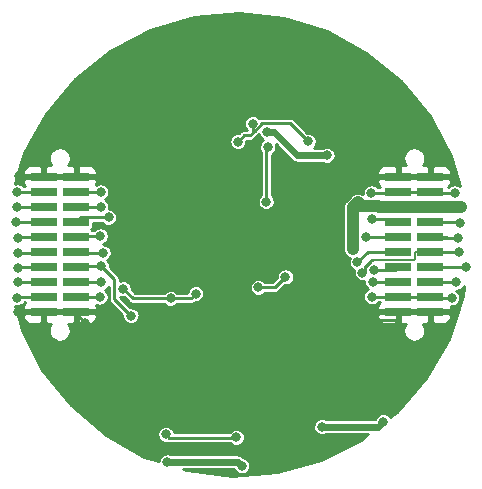
<source format=gbl>
G04 #@! TF.FileFunction,Copper,L2,Bot,Signal*
%FSLAX46Y46*%
G04 Gerber Fmt 4.6, Leading zero omitted, Abs format (unit mm)*
G04 Created by KiCad (PCBNEW 4.1.0-alpha+201605071002+6776~44~ubuntu14.04.1-product) date Sun 24 Jul 2016 22:36:45 BST*
%MOMM*%
%LPD*%
G01*
G04 APERTURE LIST*
%ADD10C,0.100000*%
%ADD11R,2.220000X0.740000*%
%ADD12C,0.800000*%
%ADD13C,0.280000*%
%ADD14C,1.000000*%
%ADD15C,0.600000*%
%ADD16C,0.200000*%
%ADD17C,0.160000*%
%ADD18C,0.254000*%
G04 APERTURE END LIST*
D10*
D11*
X113635000Y-94285000D03*
X116365000Y-94285000D03*
X113635000Y-95555000D03*
X116365000Y-95555000D03*
X113635000Y-96825000D03*
X116365000Y-96825000D03*
X113635000Y-98095000D03*
X116365000Y-98095000D03*
X113635000Y-99365000D03*
X116365000Y-99365000D03*
X113635000Y-100635000D03*
X116365000Y-100635000D03*
X113635000Y-101905000D03*
X116365000Y-101905000D03*
X113635000Y-103175000D03*
X116365000Y-103175000D03*
X113635000Y-104445000D03*
X116365000Y-104445000D03*
X113635000Y-105715000D03*
X116365000Y-105715000D03*
X83635000Y-94285000D03*
X86365000Y-94285000D03*
X83635000Y-95555000D03*
X86365000Y-95555000D03*
X83635000Y-96825000D03*
X86365000Y-96825000D03*
X83635000Y-98095000D03*
X86365000Y-98095000D03*
X83635000Y-99365000D03*
X86365000Y-99365000D03*
X83635000Y-100635000D03*
X86365000Y-100635000D03*
X83635000Y-101905000D03*
X86365000Y-101905000D03*
X83635000Y-103175000D03*
X86365000Y-103175000D03*
X83635000Y-104445000D03*
X86365000Y-104445000D03*
X83635000Y-105715000D03*
X86365000Y-105715000D03*
D12*
X116380000Y-106970000D03*
X92830000Y-88370000D03*
X105900000Y-110520000D03*
X103710000Y-111350000D03*
X105450000Y-109260000D03*
X94900000Y-109007911D03*
X94388940Y-109758480D03*
X107117021Y-103732829D03*
X108505994Y-102434163D03*
X93590000Y-92170000D03*
X87150000Y-106630000D03*
X111510000Y-106440000D03*
X107315000Y-94488000D03*
X111569500Y-94361000D03*
X88519000Y-94297500D03*
X91313000Y-113919000D03*
X91186000Y-84899500D03*
X99716533Y-115366605D03*
X95041720Y-89423871D03*
X97683320Y-92072460D03*
X98143392Y-110206406D03*
X92792328Y-101844085D03*
X93060520Y-103598980D03*
X106507280Y-90083640D03*
X108277660Y-110446820D03*
X102491540Y-110215680D03*
X99331780Y-112107980D03*
X94186691Y-106977201D03*
X92057220Y-105879900D03*
X103418640Y-88148160D03*
X103278940Y-85344000D03*
X111422180Y-105628440D03*
X118407180Y-94312740D03*
X81541620Y-94228920D03*
X81470500Y-105684320D03*
X101320476Y-89773884D03*
X100064605Y-91309155D03*
X93974920Y-116088160D03*
X81422240Y-99435920D03*
X101800660Y-103644700D03*
X104087956Y-102749324D03*
X90340180Y-103743760D03*
X106027220Y-91259660D03*
X96502220Y-104170480D03*
X94368035Y-104566135D03*
X99936300Y-116342160D03*
X88519000Y-101854000D03*
X91014961Y-106042460D03*
X88455000Y-95555000D03*
X88458040Y-96827340D03*
X89117329Y-97710797D03*
X88519000Y-103187500D03*
X88392000Y-104457500D03*
X81399380Y-95549720D03*
X81373980Y-96789240D03*
X81302860Y-98125280D03*
X88409780Y-99284991D03*
X81422240Y-100700840D03*
X88646000Y-100711000D03*
X81470500Y-101963220D03*
X81447640Y-103157020D03*
X81399380Y-104515920D03*
X118427500Y-95631000D03*
X111379000Y-95631000D03*
X111442500Y-97868466D03*
X110948564Y-99348477D03*
X110178824Y-101502184D03*
X111596470Y-102177595D03*
X111493300Y-103172260D03*
X118554500Y-103187500D03*
X118173500Y-104521000D03*
X111396780Y-104437180D03*
X102461060Y-96380300D03*
X102600847Y-91752333D03*
X118935500Y-96837500D03*
X110213140Y-96446340D03*
X109791500Y-100401120D03*
X118872000Y-98171000D03*
X102560000Y-90500000D03*
X118681500Y-99441000D03*
X107612180Y-92458540D03*
X100393500Y-118745000D03*
X94086036Y-118403674D03*
X110621282Y-102398975D03*
X118808500Y-100647500D03*
X112378564Y-115008564D03*
X107170220Y-115434459D03*
X119385080Y-101899720D03*
D13*
X86365000Y-105715000D02*
X86365000Y-105845000D01*
X86365000Y-105845000D02*
X87150000Y-106630000D01*
X111510000Y-106440000D02*
X113560000Y-106440000D01*
X113560000Y-106440000D02*
X113635000Y-106365000D01*
X113635000Y-106365000D02*
X113635000Y-105715000D01*
X113635000Y-94285000D02*
X111645500Y-94285000D01*
X111645500Y-94285000D02*
X111569500Y-94361000D01*
X88519000Y-94297500D02*
X86377500Y-94297500D01*
X86377500Y-94297500D02*
X86365000Y-94285000D01*
X113635000Y-105715000D02*
X111508740Y-105715000D01*
X111508740Y-105715000D02*
X111422180Y-105628440D01*
X113635000Y-105715000D02*
X116365000Y-105715000D01*
X113635000Y-94285000D02*
X116365000Y-94285000D01*
X118407180Y-94312740D02*
X116392740Y-94312740D01*
X116392740Y-94312740D02*
X116365000Y-94285000D01*
X83635000Y-94285000D02*
X86365000Y-94285000D01*
X86365000Y-105715000D02*
X83635000Y-105715000D01*
X83635000Y-94285000D02*
X81597700Y-94285000D01*
X81597700Y-94285000D02*
X81541620Y-94228920D01*
X81470500Y-105684320D02*
X83604320Y-105684320D01*
X83604320Y-105684320D02*
X83635000Y-105715000D01*
X101320476Y-89773884D02*
X101320476Y-90339569D01*
X101320476Y-90339569D02*
X101354107Y-90373200D01*
X101354107Y-90373200D02*
X101480620Y-90373200D01*
X100064605Y-91309155D02*
X100604320Y-90769440D01*
X100604320Y-90769440D02*
X101084380Y-90769440D01*
X94259400Y-116354860D02*
X94404180Y-116354860D01*
X94404180Y-116354860D02*
X99923600Y-116354860D01*
X93974920Y-116088160D02*
X94241620Y-116354860D01*
X94241620Y-116354860D02*
X94404180Y-116354860D01*
X99923600Y-116354860D02*
X99936300Y-116342160D01*
X83635000Y-99365000D02*
X81493160Y-99365000D01*
X81493160Y-99365000D02*
X81422240Y-99435920D01*
X101800660Y-103644700D02*
X103192580Y-103644700D01*
X103192580Y-103644700D02*
X104087956Y-102749324D01*
X94368035Y-104566135D02*
X95554800Y-104566135D01*
X95554800Y-104566135D02*
X96106565Y-104566135D01*
X90340180Y-103743760D02*
X91162555Y-104566135D01*
X91162555Y-104566135D02*
X95554800Y-104566135D01*
X101480620Y-90373200D02*
X102016560Y-89837260D01*
X101084380Y-90769440D02*
X101480620Y-90373200D01*
X101480620Y-90373200D02*
X102113941Y-89739879D01*
X102113941Y-89739879D02*
X104507439Y-89739879D01*
X104507439Y-89739879D02*
X106027220Y-91259660D01*
X96106565Y-104566135D02*
X96502220Y-104170480D01*
X88519000Y-101854000D02*
X89600179Y-102935179D01*
X89600179Y-102935179D02*
X89600179Y-104627678D01*
X89600179Y-104627678D02*
X90614962Y-105642461D01*
X90614962Y-105642461D02*
X91014961Y-106042460D01*
X88519000Y-101854000D02*
X86416000Y-101854000D01*
X86416000Y-101854000D02*
X86365000Y-101905000D01*
X88455000Y-95555000D02*
X86365000Y-95555000D01*
X86365000Y-96825000D02*
X88455700Y-96825000D01*
X88455700Y-96825000D02*
X88458040Y-96827340D01*
X89117329Y-97710797D02*
X86749203Y-97710797D01*
X86749203Y-97710797D02*
X86365000Y-98095000D01*
X86365000Y-103175000D02*
X88506500Y-103175000D01*
X88506500Y-103175000D02*
X88519000Y-103187500D01*
X88392000Y-104457500D02*
X86377500Y-104457500D01*
X86377500Y-104457500D02*
X86365000Y-104445000D01*
X81399380Y-95549720D02*
X83629720Y-95549720D01*
X83629720Y-95549720D02*
X83635000Y-95555000D01*
X83635000Y-96825000D02*
X81409740Y-96825000D01*
X81409740Y-96825000D02*
X81373980Y-96789240D01*
X81302860Y-98125280D02*
X83604720Y-98125280D01*
X83604720Y-98125280D02*
X83635000Y-98095000D01*
X88409780Y-99284991D02*
X86445009Y-99284991D01*
X86445009Y-99284991D02*
X86365000Y-99365000D01*
X81422240Y-100700840D02*
X83569160Y-100700840D01*
X83569160Y-100700840D02*
X83635000Y-100635000D01*
X88646000Y-100711000D02*
X86441000Y-100711000D01*
X86441000Y-100711000D02*
X86365000Y-100635000D01*
X83635000Y-101905000D02*
X81528720Y-101905000D01*
X81528720Y-101905000D02*
X81470500Y-101963220D01*
X81447640Y-103157020D02*
X83617020Y-103157020D01*
X83617020Y-103157020D02*
X83635000Y-103175000D01*
X83635000Y-104445000D02*
X81470300Y-104445000D01*
X81470300Y-104445000D02*
X81399380Y-104515920D01*
X118427500Y-95631000D02*
X116441000Y-95631000D01*
X116441000Y-95631000D02*
X116365000Y-95555000D01*
X111379000Y-95631000D02*
X113559000Y-95631000D01*
X113559000Y-95631000D02*
X113635000Y-95555000D01*
X116365000Y-95555000D02*
X113635000Y-95555000D01*
X111442500Y-97868466D02*
X113408466Y-97868466D01*
X113408466Y-97868466D02*
X113635000Y-98095000D01*
X110948564Y-99348477D02*
X113618477Y-99348477D01*
X113618477Y-99348477D02*
X113635000Y-99365000D01*
X113615511Y-99345511D02*
X113635000Y-99365000D01*
X113635000Y-100635000D02*
X111046008Y-100635000D01*
X111046008Y-100635000D02*
X110178824Y-101502184D01*
X113633131Y-100636869D02*
X113635000Y-100635000D01*
X111596470Y-102177595D02*
X113362405Y-102177595D01*
X113362405Y-102177595D02*
X113635000Y-101905000D01*
X113635000Y-103175000D02*
X111496040Y-103175000D01*
X111496040Y-103175000D02*
X111493300Y-103172260D01*
X118554500Y-103187500D02*
X116377500Y-103187500D01*
X116377500Y-103187500D02*
X116365000Y-103175000D01*
X118173500Y-104521000D02*
X116441000Y-104521000D01*
X116441000Y-104521000D02*
X116365000Y-104445000D01*
X113635000Y-104445000D02*
X116365000Y-104445000D01*
X111396780Y-104437180D02*
X113627180Y-104437180D01*
X113627180Y-104437180D02*
X113635000Y-104445000D01*
X102461060Y-96380300D02*
X102461060Y-91892120D01*
X102461060Y-91892120D02*
X102600847Y-91752333D01*
D14*
X110213140Y-96446340D02*
X109791500Y-96867980D01*
X109791500Y-96867980D02*
X109791500Y-100401120D01*
X113635000Y-96825000D02*
X112027036Y-96825000D01*
X112027036Y-96825000D02*
X111970501Y-96768465D01*
X111970501Y-96768465D02*
X110535265Y-96768465D01*
X110535265Y-96768465D02*
X110213140Y-96446340D01*
X116365000Y-96825000D02*
X113635000Y-96825000D01*
X116365000Y-96825000D02*
X118923000Y-96825000D01*
X118923000Y-96825000D02*
X118935500Y-96837500D01*
D13*
X110191499Y-96467981D02*
X110213140Y-96446340D01*
X112895000Y-96825000D02*
X113635000Y-96825000D01*
X116365000Y-96825000D02*
X116715000Y-96825000D01*
X116365000Y-98095000D02*
X118796000Y-98095000D01*
X118796000Y-98095000D02*
X118872000Y-98171000D01*
X117755000Y-98095000D02*
X116365000Y-98095000D01*
D15*
X103139330Y-90479880D02*
X102580120Y-90479880D01*
D13*
X102580120Y-90479880D02*
X102560000Y-90500000D01*
X118681500Y-99441000D02*
X116441000Y-99441000D01*
X116441000Y-99441000D02*
X116365000Y-99365000D01*
D15*
X103139330Y-90479880D02*
X105117990Y-92458540D01*
X105117990Y-92458540D02*
X107612180Y-92458540D01*
D13*
X116365000Y-99365000D02*
X117755000Y-99365000D01*
D16*
X111315500Y-101412040D02*
X110807500Y-101920040D01*
X111452541Y-101274999D02*
X111315500Y-101412040D01*
D17*
X115003498Y-101282500D02*
X111633000Y-101282500D01*
X111633000Y-101282500D02*
X111460042Y-101282500D01*
X111315500Y-101412040D02*
X111503460Y-101412040D01*
X111503460Y-101412040D02*
X111633000Y-101282500D01*
X114996502Y-101282500D02*
X114984002Y-101270000D01*
X115025001Y-101260997D02*
X115003498Y-101282500D01*
X115003498Y-101282500D02*
X114996502Y-101282500D01*
X115025001Y-100704999D02*
X115025001Y-101260997D01*
X116365000Y-100635000D02*
X115095000Y-100635000D01*
X115095000Y-100635000D02*
X115025001Y-100704999D01*
X116351000Y-100649000D02*
X116365000Y-100635000D01*
D15*
X94086036Y-118403674D02*
X100052174Y-118403674D01*
X100052174Y-118403674D02*
X100393500Y-118745000D01*
D13*
X110807500Y-101920040D02*
X110807500Y-102212757D01*
X110807500Y-102212757D02*
X110621282Y-102398975D01*
X111300260Y-101427280D02*
X110807500Y-101920040D01*
X117985340Y-100635000D02*
X118796000Y-100635000D01*
X118796000Y-100635000D02*
X118808500Y-100647500D01*
X117985340Y-100635000D02*
X116365000Y-100635000D01*
D15*
X107170220Y-115434459D02*
X111952669Y-115434459D01*
X111952669Y-115434459D02*
X112378564Y-115008564D01*
D13*
X116365000Y-101905000D02*
X119379800Y-101905000D01*
X119379800Y-101905000D02*
X119385080Y-101899720D01*
X117105000Y-101905000D02*
X116365000Y-101905000D01*
D18*
G36*
X103940725Y-80802284D02*
X107594530Y-81933326D01*
X110959063Y-83752522D01*
X113906167Y-86190579D01*
X116323590Y-89154632D01*
X118119253Y-92531783D01*
X118882941Y-95061240D01*
X118774952Y-94988401D01*
X118643520Y-94933152D01*
X118503860Y-94904484D01*
X118361291Y-94903489D01*
X118221244Y-94930204D01*
X118089054Y-94983612D01*
X117969755Y-95061680D01*
X117867891Y-95161432D01*
X117866133Y-95164000D01*
X117856198Y-95164000D01*
X117879789Y-95148237D01*
X117968237Y-95059789D01*
X118037730Y-94955785D01*
X118085597Y-94840223D01*
X118110000Y-94717542D01*
X118110000Y-94570750D01*
X117951250Y-94412000D01*
X116492000Y-94412000D01*
X116492000Y-94432000D01*
X116238000Y-94432000D01*
X116238000Y-94412000D01*
X113762000Y-94412000D01*
X113762000Y-94432000D01*
X113508000Y-94432000D01*
X113508000Y-94412000D01*
X112048750Y-94412000D01*
X111890000Y-94570750D01*
X111890000Y-94717542D01*
X111914403Y-94840223D01*
X111962270Y-94955785D01*
X112031763Y-95059789D01*
X112120211Y-95148237D01*
X112143802Y-95164000D01*
X111939857Y-95164000D01*
X111844650Y-95068126D01*
X111726452Y-94988401D01*
X111595020Y-94933152D01*
X111455360Y-94904484D01*
X111312791Y-94903489D01*
X111172744Y-94930204D01*
X111040554Y-94983612D01*
X110921255Y-95061680D01*
X110819391Y-95161432D01*
X110738842Y-95279070D01*
X110682677Y-95410113D01*
X110653035Y-95549570D01*
X110651044Y-95692128D01*
X110662263Y-95753253D01*
X110604658Y-95722366D01*
X110536274Y-95685082D01*
X110533509Y-95684215D01*
X110530953Y-95682845D01*
X110456499Y-95660082D01*
X110382258Y-95636817D01*
X110379377Y-95636504D01*
X110376603Y-95635656D01*
X110299185Y-95627792D01*
X110221800Y-95619385D01*
X110218910Y-95619638D01*
X110216027Y-95619345D01*
X110138582Y-95626666D01*
X110061012Y-95633452D01*
X110058227Y-95634261D01*
X110055341Y-95634534D01*
X109980766Y-95656766D01*
X109906019Y-95678482D01*
X109903445Y-95679816D01*
X109900665Y-95680645D01*
X109831814Y-95716946D01*
X109762724Y-95752759D01*
X109760457Y-95754568D01*
X109757892Y-95755921D01*
X109697381Y-95804922D01*
X109636585Y-95853455D01*
X109632623Y-95857362D01*
X109632460Y-95857494D01*
X109632325Y-95857655D01*
X109628363Y-95861563D01*
X109206723Y-96283203D01*
X109158281Y-96342177D01*
X109109131Y-96400752D01*
X109107034Y-96404566D01*
X109104276Y-96407924D01*
X109068182Y-96475237D01*
X109031375Y-96542190D01*
X109030061Y-96546333D01*
X109028005Y-96550167D01*
X109005667Y-96623232D01*
X108982572Y-96696037D01*
X108982087Y-96700359D01*
X108980816Y-96704517D01*
X108973095Y-96780530D01*
X108964581Y-96856433D01*
X108964521Y-96864932D01*
X108964505Y-96865093D01*
X108964519Y-96865243D01*
X108964500Y-96867980D01*
X108964500Y-100401120D01*
X108980250Y-100561752D01*
X109026900Y-100716265D01*
X109102674Y-100858775D01*
X109204685Y-100983852D01*
X109329047Y-101086734D01*
X109471025Y-101163501D01*
X109525730Y-101180435D01*
X109482501Y-101281297D01*
X109452859Y-101420754D01*
X109450868Y-101563312D01*
X109476605Y-101703542D01*
X109529089Y-101836102D01*
X109606322Y-101955944D01*
X109705361Y-102058501D01*
X109822434Y-102139869D01*
X109923681Y-102184103D01*
X109895317Y-102317545D01*
X109893326Y-102460103D01*
X109919063Y-102600333D01*
X109971547Y-102732893D01*
X110048780Y-102852735D01*
X110147819Y-102955292D01*
X110264892Y-103036660D01*
X110395540Y-103093739D01*
X110534786Y-103124354D01*
X110677327Y-103127340D01*
X110767046Y-103111520D01*
X110765344Y-103233388D01*
X110791081Y-103373618D01*
X110843565Y-103506178D01*
X110920798Y-103626020D01*
X111019837Y-103728577D01*
X111089687Y-103777124D01*
X111058334Y-103789792D01*
X110939035Y-103867860D01*
X110837171Y-103967612D01*
X110756622Y-104085250D01*
X110700457Y-104216293D01*
X110670815Y-104355750D01*
X110668824Y-104498308D01*
X110694561Y-104638538D01*
X110747045Y-104771098D01*
X110824278Y-104890940D01*
X110923317Y-104993497D01*
X111040390Y-105074865D01*
X111171038Y-105131944D01*
X111310284Y-105162559D01*
X111452825Y-105165545D01*
X111593231Y-105140788D01*
X111726154Y-105089230D01*
X111846532Y-105012836D01*
X111949779Y-104914516D01*
X111957070Y-104904180D01*
X112067794Y-104904180D01*
X112031763Y-104940211D01*
X111962270Y-105044215D01*
X111914403Y-105159777D01*
X111890000Y-105282458D01*
X111890000Y-105429250D01*
X112048750Y-105588000D01*
X113508000Y-105588000D01*
X113508000Y-105568000D01*
X113762000Y-105568000D01*
X113762000Y-105588000D01*
X116238000Y-105588000D01*
X116238000Y-105568000D01*
X116492000Y-105568000D01*
X116492000Y-105588000D01*
X117951250Y-105588000D01*
X118110000Y-105429250D01*
X118110000Y-105282458D01*
X118102890Y-105246712D01*
X118229545Y-105249365D01*
X118369951Y-105224608D01*
X118502874Y-105173050D01*
X118623252Y-105096656D01*
X118726499Y-104998336D01*
X118808682Y-104881833D01*
X118866671Y-104751587D01*
X118898258Y-104612558D01*
X118900532Y-104449714D01*
X118872839Y-104309857D01*
X118818509Y-104178043D01*
X118739611Y-104059291D01*
X118639150Y-103958126D01*
X118575404Y-103915129D01*
X118610545Y-103915865D01*
X118750951Y-103891108D01*
X118883874Y-103839550D01*
X119004252Y-103763156D01*
X119107499Y-103664836D01*
X119189682Y-103548333D01*
X119219764Y-103480767D01*
X119110977Y-104341907D01*
X117903664Y-107971225D01*
X116014406Y-111296921D01*
X113515164Y-114192320D01*
X112984554Y-114606878D01*
X112944675Y-114546855D01*
X112844214Y-114445690D01*
X112726016Y-114365965D01*
X112594584Y-114310716D01*
X112454924Y-114282048D01*
X112312355Y-114281053D01*
X112172308Y-114307768D01*
X112040118Y-114361176D01*
X111920819Y-114439244D01*
X111818955Y-114538996D01*
X111738406Y-114656634D01*
X111682241Y-114787677D01*
X111678036Y-114807459D01*
X107540799Y-114807459D01*
X107517672Y-114791860D01*
X107386240Y-114736611D01*
X107246580Y-114707943D01*
X107104011Y-114706948D01*
X106963964Y-114733663D01*
X106831774Y-114787071D01*
X106712475Y-114865139D01*
X106610611Y-114964891D01*
X106530062Y-115082529D01*
X106473897Y-115213572D01*
X106444255Y-115353029D01*
X106442264Y-115495587D01*
X106468001Y-115635817D01*
X106520485Y-115768377D01*
X106597718Y-115888219D01*
X106696757Y-115990776D01*
X106813830Y-116072144D01*
X106944478Y-116129223D01*
X107083724Y-116159838D01*
X107226265Y-116162824D01*
X107366671Y-116138067D01*
X107499594Y-116086509D01*
X107539067Y-116061459D01*
X111122776Y-116061459D01*
X110501134Y-116547139D01*
X107087118Y-118271682D01*
X103403157Y-119300262D01*
X99589570Y-119593702D01*
X95791617Y-119140823D01*
X95452613Y-119030674D01*
X99724664Y-119030674D01*
X99743765Y-119078918D01*
X99820998Y-119198760D01*
X99920037Y-119301317D01*
X100037110Y-119382685D01*
X100167758Y-119439764D01*
X100307004Y-119470379D01*
X100449545Y-119473365D01*
X100589951Y-119448608D01*
X100722874Y-119397050D01*
X100843252Y-119320656D01*
X100946499Y-119222336D01*
X101028682Y-119105833D01*
X101086671Y-118975587D01*
X101118258Y-118836558D01*
X101120532Y-118673714D01*
X101092839Y-118533857D01*
X101038509Y-118402043D01*
X100959611Y-118283291D01*
X100859150Y-118182126D01*
X100740952Y-118102401D01*
X100609520Y-118047152D01*
X100575350Y-118040138D01*
X100495530Y-117960318D01*
X100450769Y-117923551D01*
X100406408Y-117886328D01*
X100403518Y-117884739D01*
X100400971Y-117882647D01*
X100349980Y-117855306D01*
X100299176Y-117827376D01*
X100296028Y-117826377D01*
X100293127Y-117824822D01*
X100237779Y-117807900D01*
X100182535Y-117790375D01*
X100179260Y-117790008D01*
X100176105Y-117789043D01*
X100118430Y-117783185D01*
X100060928Y-117776735D01*
X100054491Y-117776690D01*
X100054362Y-117776677D01*
X100054241Y-117776688D01*
X100052174Y-117776674D01*
X94456615Y-117776674D01*
X94433488Y-117761075D01*
X94302056Y-117705826D01*
X94162396Y-117677158D01*
X94019827Y-117676163D01*
X93879780Y-117702878D01*
X93747590Y-117756286D01*
X93628291Y-117834354D01*
X93526427Y-117934106D01*
X93445878Y-118051744D01*
X93389713Y-118182787D01*
X93360071Y-118322244D01*
X93359674Y-118350637D01*
X92153960Y-117958877D01*
X88916083Y-116149288D01*
X93246964Y-116149288D01*
X93272701Y-116289518D01*
X93325185Y-116422078D01*
X93402418Y-116541920D01*
X93501457Y-116644477D01*
X93618530Y-116725845D01*
X93749178Y-116782924D01*
X93888424Y-116813539D01*
X94030965Y-116816525D01*
X94113822Y-116801915D01*
X94144525Y-116811655D01*
X94146964Y-116811929D01*
X94149314Y-116812647D01*
X94192308Y-116817014D01*
X94235100Y-116821814D01*
X94239889Y-116821848D01*
X94239990Y-116821858D01*
X94240084Y-116821849D01*
X94241620Y-116821860D01*
X99388848Y-116821860D01*
X99462837Y-116898477D01*
X99579910Y-116979845D01*
X99710558Y-117036924D01*
X99849804Y-117067539D01*
X99992345Y-117070525D01*
X100132751Y-117045768D01*
X100265674Y-116994210D01*
X100386052Y-116917816D01*
X100489299Y-116819496D01*
X100571482Y-116702993D01*
X100629471Y-116572747D01*
X100661058Y-116433718D01*
X100663332Y-116270874D01*
X100635639Y-116131017D01*
X100581309Y-115999203D01*
X100502411Y-115880451D01*
X100401950Y-115779286D01*
X100283752Y-115699561D01*
X100152320Y-115644312D01*
X100012660Y-115615644D01*
X99870091Y-115614649D01*
X99730044Y-115641364D01*
X99597854Y-115694772D01*
X99478555Y-115772840D01*
X99376691Y-115872592D01*
X99366237Y-115887860D01*
X94676406Y-115887860D01*
X94674259Y-115877017D01*
X94619929Y-115745203D01*
X94541031Y-115626451D01*
X94440570Y-115525286D01*
X94322372Y-115445561D01*
X94190940Y-115390312D01*
X94051280Y-115361644D01*
X93908711Y-115360649D01*
X93768664Y-115387364D01*
X93636474Y-115440772D01*
X93517175Y-115518840D01*
X93415311Y-115618592D01*
X93334762Y-115736230D01*
X93278597Y-115867273D01*
X93248955Y-116006730D01*
X93246964Y-116149288D01*
X88916083Y-116149288D01*
X88815156Y-116092882D01*
X85902379Y-113613915D01*
X83526576Y-110616398D01*
X81778240Y-107214505D01*
X81430202Y-106000750D01*
X81890000Y-106000750D01*
X81890000Y-106147542D01*
X81914403Y-106270223D01*
X81962270Y-106385785D01*
X82031763Y-106489789D01*
X82120211Y-106578237D01*
X82224215Y-106647730D01*
X82339777Y-106695597D01*
X82462458Y-106720000D01*
X83349250Y-106720000D01*
X83508000Y-106561250D01*
X83508000Y-105842000D01*
X83762000Y-105842000D01*
X83762000Y-106561250D01*
X83920750Y-106720000D01*
X84277028Y-106720000D01*
X84183733Y-106856254D01*
X84112117Y-107023347D01*
X84074320Y-107201168D01*
X84071782Y-107382945D01*
X84104599Y-107561752D01*
X84171522Y-107730780D01*
X84270001Y-107883590D01*
X84396286Y-108014362D01*
X84545566Y-108118114D01*
X84712155Y-108190895D01*
X84889708Y-108229932D01*
X85071463Y-108233740D01*
X85250495Y-108202171D01*
X85419986Y-108136430D01*
X85573479Y-108039020D01*
X85705130Y-107913651D01*
X85809921Y-107765099D01*
X85883864Y-107599022D01*
X85924140Y-107421746D01*
X85927039Y-107214103D01*
X85891729Y-107035771D01*
X85822452Y-106867694D01*
X85724325Y-106720000D01*
X86079250Y-106720000D01*
X86238000Y-106561250D01*
X86238000Y-105842000D01*
X86492000Y-105842000D01*
X86492000Y-106561250D01*
X86650750Y-106720000D01*
X87537542Y-106720000D01*
X87660223Y-106695597D01*
X87775785Y-106647730D01*
X87879789Y-106578237D01*
X87968237Y-106489789D01*
X88037730Y-106385785D01*
X88085597Y-106270223D01*
X88110000Y-106147542D01*
X88110000Y-106000750D01*
X87951250Y-105842000D01*
X86492000Y-105842000D01*
X86238000Y-105842000D01*
X83762000Y-105842000D01*
X83508000Y-105842000D01*
X82048750Y-105842000D01*
X81890000Y-106000750D01*
X81430202Y-106000750D01*
X81205673Y-105217727D01*
X81312884Y-105241299D01*
X81455425Y-105244285D01*
X81595831Y-105219528D01*
X81728754Y-105167970D01*
X81849132Y-105091576D01*
X81952379Y-104993256D01*
X82009698Y-104912000D01*
X82059974Y-104912000D01*
X82031763Y-104940211D01*
X81962270Y-105044215D01*
X81914403Y-105159777D01*
X81890000Y-105282458D01*
X81890000Y-105429250D01*
X82048750Y-105588000D01*
X83508000Y-105588000D01*
X83508000Y-105568000D01*
X83762000Y-105568000D01*
X83762000Y-105588000D01*
X86238000Y-105588000D01*
X86238000Y-105568000D01*
X86492000Y-105568000D01*
X86492000Y-105588000D01*
X87951250Y-105588000D01*
X88110000Y-105429250D01*
X88110000Y-105282458D01*
X88085597Y-105159777D01*
X88063975Y-105107578D01*
X88166258Y-105152264D01*
X88305504Y-105182879D01*
X88448045Y-105185865D01*
X88588451Y-105161108D01*
X88721374Y-105109550D01*
X88841752Y-105033156D01*
X88944999Y-104934836D01*
X89027182Y-104818333D01*
X89085171Y-104688087D01*
X89116758Y-104549058D01*
X89119032Y-104386214D01*
X89091339Y-104246357D01*
X89037009Y-104114543D01*
X88958111Y-103995791D01*
X88857650Y-103894626D01*
X88802421Y-103857374D01*
X88848374Y-103839550D01*
X88968752Y-103763156D01*
X89071999Y-103664836D01*
X89133179Y-103578107D01*
X89133179Y-104627678D01*
X89137384Y-104670568D01*
X89141148Y-104713583D01*
X89141834Y-104715943D01*
X89142073Y-104718385D01*
X89154535Y-104759662D01*
X89166576Y-104801107D01*
X89167706Y-104803288D01*
X89168416Y-104805638D01*
X89188670Y-104843731D01*
X89208520Y-104882024D01*
X89210051Y-104883942D01*
X89211205Y-104886112D01*
X89238493Y-104919571D01*
X89265382Y-104953254D01*
X89268751Y-104956671D01*
X89268809Y-104956742D01*
X89268875Y-104956797D01*
X89269960Y-104957897D01*
X90288777Y-105976714D01*
X90287005Y-106103588D01*
X90312742Y-106243818D01*
X90365226Y-106376378D01*
X90442459Y-106496220D01*
X90541498Y-106598777D01*
X90658571Y-106680145D01*
X90789219Y-106737224D01*
X90928465Y-106767839D01*
X91071006Y-106770825D01*
X91211412Y-106746068D01*
X91344335Y-106694510D01*
X91464713Y-106618116D01*
X91567960Y-106519796D01*
X91650143Y-106403293D01*
X91708132Y-106273047D01*
X91739719Y-106134018D01*
X91741579Y-106000750D01*
X111890000Y-106000750D01*
X111890000Y-106147542D01*
X111914403Y-106270223D01*
X111962270Y-106385785D01*
X112031763Y-106489789D01*
X112120211Y-106578237D01*
X112224215Y-106647730D01*
X112339777Y-106695597D01*
X112462458Y-106720000D01*
X113349250Y-106720000D01*
X113508000Y-106561250D01*
X113508000Y-105842000D01*
X113762000Y-105842000D01*
X113762000Y-106561250D01*
X113920750Y-106720000D01*
X114277028Y-106720000D01*
X114183733Y-106856254D01*
X114112117Y-107023347D01*
X114074320Y-107201168D01*
X114071782Y-107382945D01*
X114104599Y-107561752D01*
X114171522Y-107730780D01*
X114270001Y-107883590D01*
X114396286Y-108014362D01*
X114545566Y-108118114D01*
X114712155Y-108190895D01*
X114889708Y-108229932D01*
X115071463Y-108233740D01*
X115250495Y-108202171D01*
X115419986Y-108136430D01*
X115573479Y-108039020D01*
X115705130Y-107913651D01*
X115809921Y-107765099D01*
X115883864Y-107599022D01*
X115924140Y-107421746D01*
X115927039Y-107214103D01*
X115891729Y-107035771D01*
X115822452Y-106867694D01*
X115724325Y-106720000D01*
X116079250Y-106720000D01*
X116238000Y-106561250D01*
X116238000Y-105842000D01*
X116492000Y-105842000D01*
X116492000Y-106561250D01*
X116650750Y-106720000D01*
X117537542Y-106720000D01*
X117660223Y-106695597D01*
X117775785Y-106647730D01*
X117879789Y-106578237D01*
X117968237Y-106489789D01*
X118037730Y-106385785D01*
X118085597Y-106270223D01*
X118110000Y-106147542D01*
X118110000Y-106000750D01*
X117951250Y-105842000D01*
X116492000Y-105842000D01*
X116238000Y-105842000D01*
X113762000Y-105842000D01*
X113508000Y-105842000D01*
X112048750Y-105842000D01*
X111890000Y-106000750D01*
X91741579Y-106000750D01*
X91741993Y-105971174D01*
X91714300Y-105831317D01*
X91659970Y-105699503D01*
X91581072Y-105580751D01*
X91480611Y-105479586D01*
X91362413Y-105399861D01*
X91230981Y-105344612D01*
X91091321Y-105315944D01*
X90948752Y-105314949D01*
X90948026Y-105315087D01*
X90067179Y-104434240D01*
X90067179Y-104417877D01*
X90114438Y-104438524D01*
X90253684Y-104469139D01*
X90396225Y-104472125D01*
X90406326Y-104470344D01*
X90832336Y-104896354D01*
X90865634Y-104923705D01*
X90898715Y-104951463D01*
X90900871Y-104952648D01*
X90902765Y-104954204D01*
X90940745Y-104974569D01*
X90978584Y-104995371D01*
X90980925Y-104996114D01*
X90983089Y-104997274D01*
X91024350Y-105009889D01*
X91065460Y-105022930D01*
X91067899Y-105023204D01*
X91070249Y-105023922D01*
X91113202Y-105028285D01*
X91156035Y-105033089D01*
X91160834Y-105033123D01*
X91160924Y-105033132D01*
X91161008Y-105033124D01*
X91162555Y-105033135D01*
X93808319Y-105033135D01*
X93894572Y-105122452D01*
X94011645Y-105203820D01*
X94142293Y-105260899D01*
X94281539Y-105291514D01*
X94424080Y-105294500D01*
X94564486Y-105269743D01*
X94697409Y-105218185D01*
X94817787Y-105141791D01*
X94921034Y-105043471D01*
X94928325Y-105033135D01*
X96106565Y-105033135D01*
X96149455Y-105028930D01*
X96192470Y-105025166D01*
X96194830Y-105024480D01*
X96197272Y-105024241D01*
X96238549Y-105011779D01*
X96279994Y-104999738D01*
X96282175Y-104998608D01*
X96284525Y-104997898D01*
X96322618Y-104977644D01*
X96360911Y-104957794D01*
X96362829Y-104956263D01*
X96364999Y-104955109D01*
X96398458Y-104927821D01*
X96432141Y-104900932D01*
X96435558Y-104897563D01*
X96435629Y-104897505D01*
X96435684Y-104897439D01*
X96436784Y-104896354D01*
X96436837Y-104896301D01*
X96558265Y-104898845D01*
X96698671Y-104874088D01*
X96831594Y-104822530D01*
X96951972Y-104746136D01*
X97055219Y-104647816D01*
X97137402Y-104531313D01*
X97195391Y-104401067D01*
X97226978Y-104262038D01*
X97229252Y-104099194D01*
X97201559Y-103959337D01*
X97147229Y-103827523D01*
X97068331Y-103708771D01*
X97065409Y-103705828D01*
X101072704Y-103705828D01*
X101098441Y-103846058D01*
X101150925Y-103978618D01*
X101228158Y-104098460D01*
X101327197Y-104201017D01*
X101444270Y-104282385D01*
X101574918Y-104339464D01*
X101714164Y-104370079D01*
X101856705Y-104373065D01*
X101997111Y-104348308D01*
X102130034Y-104296750D01*
X102250412Y-104220356D01*
X102353659Y-104122036D01*
X102360950Y-104111700D01*
X103192580Y-104111700D01*
X103235470Y-104107495D01*
X103278485Y-104103731D01*
X103280845Y-104103045D01*
X103283287Y-104102806D01*
X103324564Y-104090344D01*
X103366009Y-104078303D01*
X103368190Y-104077173D01*
X103370540Y-104076463D01*
X103408633Y-104056209D01*
X103446926Y-104036359D01*
X103448844Y-104034828D01*
X103451014Y-104033674D01*
X103484473Y-104006386D01*
X103518156Y-103979497D01*
X103521573Y-103976128D01*
X103521644Y-103976070D01*
X103521699Y-103976004D01*
X103522799Y-103974919D01*
X104022573Y-103475145D01*
X104144001Y-103477689D01*
X104284407Y-103452932D01*
X104417330Y-103401374D01*
X104537708Y-103324980D01*
X104640955Y-103226660D01*
X104723138Y-103110157D01*
X104781127Y-102979911D01*
X104812714Y-102840882D01*
X104814988Y-102678038D01*
X104787295Y-102538181D01*
X104732965Y-102406367D01*
X104654067Y-102287615D01*
X104553606Y-102186450D01*
X104435408Y-102106725D01*
X104303976Y-102051476D01*
X104164316Y-102022808D01*
X104021747Y-102021813D01*
X103881700Y-102048528D01*
X103749510Y-102101936D01*
X103630211Y-102180004D01*
X103528347Y-102279756D01*
X103447798Y-102397394D01*
X103391633Y-102528437D01*
X103361991Y-102667894D01*
X103360000Y-102810452D01*
X103360991Y-102815851D01*
X102999142Y-103177700D01*
X102361517Y-103177700D01*
X102266310Y-103081826D01*
X102148112Y-103002101D01*
X102016680Y-102946852D01*
X101877020Y-102918184D01*
X101734451Y-102917189D01*
X101594404Y-102943904D01*
X101462214Y-102997312D01*
X101342915Y-103075380D01*
X101241051Y-103175132D01*
X101160502Y-103292770D01*
X101104337Y-103423813D01*
X101074695Y-103563270D01*
X101072704Y-103705828D01*
X97065409Y-103705828D01*
X96967870Y-103607606D01*
X96849672Y-103527881D01*
X96718240Y-103472632D01*
X96578580Y-103443964D01*
X96436011Y-103442969D01*
X96295964Y-103469684D01*
X96163774Y-103523092D01*
X96044475Y-103601160D01*
X95942611Y-103700912D01*
X95862062Y-103818550D01*
X95805897Y-103949593D01*
X95776255Y-104089050D01*
X95776114Y-104099135D01*
X94928892Y-104099135D01*
X94833685Y-104003261D01*
X94715487Y-103923536D01*
X94584055Y-103868287D01*
X94444395Y-103839619D01*
X94301826Y-103838624D01*
X94161779Y-103865339D01*
X94029589Y-103918747D01*
X93910290Y-103996815D01*
X93808426Y-104096567D01*
X93806668Y-104099135D01*
X91355993Y-104099135D01*
X91065313Y-103808455D01*
X91067212Y-103672474D01*
X91039519Y-103532617D01*
X90985189Y-103400803D01*
X90906291Y-103282051D01*
X90805830Y-103180886D01*
X90687632Y-103101161D01*
X90556200Y-103045912D01*
X90416540Y-103017244D01*
X90273971Y-103016249D01*
X90133924Y-103042964D01*
X90067179Y-103069931D01*
X90067179Y-102935179D01*
X90062974Y-102892289D01*
X90059210Y-102849274D01*
X90058524Y-102846914D01*
X90058285Y-102844472D01*
X90045823Y-102803195D01*
X90033782Y-102761750D01*
X90032652Y-102759569D01*
X90031942Y-102757219D01*
X90011688Y-102719126D01*
X89991838Y-102680833D01*
X89990307Y-102678915D01*
X89989153Y-102676745D01*
X89961865Y-102643286D01*
X89934976Y-102609603D01*
X89931607Y-102606186D01*
X89931549Y-102606115D01*
X89931483Y-102606060D01*
X89930398Y-102604960D01*
X89244133Y-101918695D01*
X89246032Y-101782714D01*
X89218339Y-101642857D01*
X89164009Y-101511043D01*
X89085111Y-101392291D01*
X89024877Y-101331635D01*
X89095752Y-101286656D01*
X89198999Y-101188336D01*
X89281182Y-101071833D01*
X89339171Y-100941587D01*
X89370758Y-100802558D01*
X89373032Y-100639714D01*
X89345339Y-100499857D01*
X89291009Y-100368043D01*
X89212111Y-100249291D01*
X89111650Y-100148126D01*
X88993452Y-100068401D01*
X88862020Y-100013152D01*
X88722360Y-99984484D01*
X88618705Y-99983761D01*
X88739154Y-99937041D01*
X88859532Y-99860647D01*
X88962779Y-99762327D01*
X89044962Y-99645824D01*
X89102951Y-99515578D01*
X89134538Y-99376549D01*
X89136812Y-99213705D01*
X89109119Y-99073848D01*
X89054789Y-98942034D01*
X88975891Y-98823282D01*
X88875430Y-98722117D01*
X88757232Y-98642392D01*
X88625800Y-98587143D01*
X88486140Y-98558475D01*
X88343571Y-98557480D01*
X88203524Y-98584195D01*
X88071334Y-98637603D01*
X87952035Y-98715671D01*
X87850171Y-98815423D01*
X87848413Y-98817991D01*
X87751168Y-98817991D01*
X87748206Y-98812450D01*
X87707343Y-98762657D01*
X87667549Y-98730000D01*
X87707343Y-98697343D01*
X87748206Y-98647550D01*
X87778570Y-98590743D01*
X87797268Y-98529103D01*
X87803582Y-98465000D01*
X87803582Y-98177797D01*
X88557613Y-98177797D01*
X88643866Y-98267114D01*
X88760939Y-98348482D01*
X88891587Y-98405561D01*
X89030833Y-98436176D01*
X89173374Y-98439162D01*
X89313780Y-98414405D01*
X89446703Y-98362847D01*
X89567081Y-98286453D01*
X89670328Y-98188133D01*
X89752511Y-98071630D01*
X89810500Y-97941384D01*
X89842087Y-97802355D01*
X89844361Y-97639511D01*
X89816668Y-97499654D01*
X89762338Y-97367840D01*
X89683440Y-97249088D01*
X89582979Y-97147923D01*
X89464781Y-97068198D01*
X89333349Y-97012949D01*
X89193689Y-96984281D01*
X89167984Y-96984102D01*
X89182798Y-96918898D01*
X89185072Y-96756054D01*
X89157379Y-96616197D01*
X89103049Y-96484383D01*
X89024151Y-96365631D01*
X88923690Y-96264466D01*
X88812296Y-96189330D01*
X88904752Y-96130656D01*
X89007999Y-96032336D01*
X89090182Y-95915833D01*
X89148171Y-95785587D01*
X89179758Y-95646558D01*
X89182032Y-95483714D01*
X89154339Y-95343857D01*
X89100009Y-95212043D01*
X89021111Y-95093291D01*
X88920650Y-94992126D01*
X88802452Y-94912401D01*
X88671020Y-94857152D01*
X88531360Y-94828484D01*
X88388791Y-94827489D01*
X88248744Y-94854204D01*
X88116554Y-94907612D01*
X88033683Y-94961842D01*
X88037730Y-94955785D01*
X88085597Y-94840223D01*
X88110000Y-94717542D01*
X88110000Y-94570750D01*
X87951250Y-94412000D01*
X86492000Y-94412000D01*
X86492000Y-94432000D01*
X86238000Y-94432000D01*
X86238000Y-94412000D01*
X83762000Y-94412000D01*
X83762000Y-94432000D01*
X83508000Y-94432000D01*
X83508000Y-94412000D01*
X82048750Y-94412000D01*
X81890000Y-94570750D01*
X81890000Y-94717542D01*
X81914403Y-94840223D01*
X81962270Y-94955785D01*
X82031763Y-95059789D01*
X82054694Y-95082720D01*
X81960237Y-95082720D01*
X81865030Y-94986846D01*
X81746832Y-94907121D01*
X81615400Y-94851872D01*
X81475740Y-94823204D01*
X81333171Y-94822209D01*
X81193124Y-94848924D01*
X81168579Y-94858841D01*
X81487822Y-93852458D01*
X81890000Y-93852458D01*
X81890000Y-93999250D01*
X82048750Y-94158000D01*
X83508000Y-94158000D01*
X83508000Y-93438750D01*
X83762000Y-93438750D01*
X83762000Y-94158000D01*
X86238000Y-94158000D01*
X86238000Y-93438750D01*
X86492000Y-93438750D01*
X86492000Y-94158000D01*
X87951250Y-94158000D01*
X88110000Y-93999250D01*
X88110000Y-93852458D01*
X88085597Y-93729777D01*
X88037730Y-93614215D01*
X87968237Y-93510211D01*
X87879789Y-93421763D01*
X87775785Y-93352270D01*
X87660223Y-93304403D01*
X87537542Y-93280000D01*
X86650750Y-93280000D01*
X86492000Y-93438750D01*
X86238000Y-93438750D01*
X86079250Y-93280000D01*
X85721814Y-93280000D01*
X85809921Y-93155099D01*
X85883864Y-92989022D01*
X85924140Y-92811746D01*
X85927039Y-92604103D01*
X85891729Y-92425771D01*
X85822452Y-92257694D01*
X85721849Y-92106274D01*
X85593751Y-91977278D01*
X85443037Y-91875621D01*
X85275448Y-91805173D01*
X85097367Y-91768618D01*
X84915577Y-91767349D01*
X84737003Y-91801413D01*
X84568447Y-91869515D01*
X84416328Y-91969058D01*
X84286441Y-92096253D01*
X84183733Y-92246254D01*
X84112117Y-92413347D01*
X84074320Y-92591168D01*
X84071782Y-92772945D01*
X84104599Y-92951752D01*
X84171522Y-93120780D01*
X84270001Y-93273590D01*
X84276191Y-93280000D01*
X83920750Y-93280000D01*
X83762000Y-93438750D01*
X83508000Y-93438750D01*
X83349250Y-93280000D01*
X82462458Y-93280000D01*
X82339777Y-93304403D01*
X82224215Y-93352270D01*
X82120211Y-93421763D01*
X82031763Y-93510211D01*
X81962270Y-93614215D01*
X81914403Y-93729777D01*
X81890000Y-93852458D01*
X81487822Y-93852458D01*
X81986786Y-92279526D01*
X82486646Y-91370283D01*
X99336649Y-91370283D01*
X99362386Y-91510513D01*
X99414870Y-91643073D01*
X99492103Y-91762915D01*
X99591142Y-91865472D01*
X99708215Y-91946840D01*
X99838863Y-92003919D01*
X99978109Y-92034534D01*
X100120650Y-92037520D01*
X100261056Y-92012763D01*
X100393979Y-91961205D01*
X100514357Y-91884811D01*
X100617604Y-91786491D01*
X100699787Y-91669988D01*
X100757776Y-91539742D01*
X100789363Y-91400713D01*
X100791571Y-91242627D01*
X100797758Y-91236440D01*
X101084380Y-91236440D01*
X101127270Y-91232235D01*
X101170285Y-91228471D01*
X101172645Y-91227785D01*
X101175087Y-91227546D01*
X101216364Y-91215084D01*
X101257809Y-91203043D01*
X101259990Y-91201913D01*
X101262340Y-91201203D01*
X101300433Y-91180949D01*
X101338726Y-91161099D01*
X101340644Y-91159568D01*
X101342814Y-91158414D01*
X101376273Y-91131126D01*
X101409956Y-91104237D01*
X101413373Y-91100868D01*
X101413444Y-91100810D01*
X101413499Y-91100744D01*
X101414599Y-91099659D01*
X101850821Y-90663437D01*
X101857781Y-90701358D01*
X101910265Y-90833918D01*
X101987498Y-90953760D01*
X102086537Y-91056317D01*
X102203610Y-91137685D01*
X102208863Y-91139980D01*
X102143102Y-91183013D01*
X102041238Y-91282765D01*
X101960689Y-91400403D01*
X101904524Y-91531446D01*
X101874882Y-91670903D01*
X101872891Y-91813461D01*
X101898628Y-91953691D01*
X101951112Y-92086251D01*
X101994060Y-92152893D01*
X101994060Y-95820043D01*
X101901451Y-95910732D01*
X101820902Y-96028370D01*
X101764737Y-96159413D01*
X101735095Y-96298870D01*
X101733104Y-96441428D01*
X101758841Y-96581658D01*
X101811325Y-96714218D01*
X101888558Y-96834060D01*
X101987597Y-96936617D01*
X102104670Y-97017985D01*
X102235318Y-97075064D01*
X102374564Y-97105679D01*
X102517105Y-97108665D01*
X102657511Y-97083908D01*
X102790434Y-97032350D01*
X102910812Y-96955956D01*
X103014059Y-96857636D01*
X103096242Y-96741133D01*
X103154231Y-96610887D01*
X103185818Y-96471858D01*
X103188092Y-96309014D01*
X103160399Y-96169157D01*
X103106069Y-96037343D01*
X103027171Y-95918591D01*
X102928060Y-95818785D01*
X102928060Y-93852458D01*
X111890000Y-93852458D01*
X111890000Y-93999250D01*
X112048750Y-94158000D01*
X113508000Y-94158000D01*
X113508000Y-93438750D01*
X113762000Y-93438750D01*
X113762000Y-94158000D01*
X116238000Y-94158000D01*
X116238000Y-93438750D01*
X116492000Y-93438750D01*
X116492000Y-94158000D01*
X117951250Y-94158000D01*
X118110000Y-93999250D01*
X118110000Y-93852458D01*
X118085597Y-93729777D01*
X118037730Y-93614215D01*
X117968237Y-93510211D01*
X117879789Y-93421763D01*
X117775785Y-93352270D01*
X117660223Y-93304403D01*
X117537542Y-93280000D01*
X116650750Y-93280000D01*
X116492000Y-93438750D01*
X116238000Y-93438750D01*
X116079250Y-93280000D01*
X115721814Y-93280000D01*
X115809921Y-93155099D01*
X115883864Y-92989022D01*
X115924140Y-92811746D01*
X115927039Y-92604103D01*
X115891729Y-92425771D01*
X115822452Y-92257694D01*
X115721849Y-92106274D01*
X115593751Y-91977278D01*
X115443037Y-91875621D01*
X115275448Y-91805173D01*
X115097367Y-91768618D01*
X114915577Y-91767349D01*
X114737003Y-91801413D01*
X114568447Y-91869515D01*
X114416328Y-91969058D01*
X114286441Y-92096253D01*
X114183733Y-92246254D01*
X114112117Y-92413347D01*
X114074320Y-92591168D01*
X114071782Y-92772945D01*
X114104599Y-92951752D01*
X114171522Y-93120780D01*
X114270001Y-93273590D01*
X114276191Y-93280000D01*
X113920750Y-93280000D01*
X113762000Y-93438750D01*
X113508000Y-93438750D01*
X113349250Y-93280000D01*
X112462458Y-93280000D01*
X112339777Y-93304403D01*
X112224215Y-93352270D01*
X112120211Y-93421763D01*
X112031763Y-93510211D01*
X111962270Y-93614215D01*
X111914403Y-93729777D01*
X111890000Y-93852458D01*
X102928060Y-93852458D01*
X102928060Y-92405221D01*
X102930221Y-92404383D01*
X103050599Y-92327989D01*
X103153846Y-92229669D01*
X103236029Y-92113166D01*
X103294018Y-91982920D01*
X103325605Y-91843891D01*
X103327879Y-91681047D01*
X103300186Y-91541190D01*
X103290550Y-91517812D01*
X104674634Y-92901896D01*
X104719422Y-92938685D01*
X104763756Y-92975886D01*
X104766642Y-92977473D01*
X104769193Y-92979568D01*
X104820257Y-93006948D01*
X104870988Y-93034838D01*
X104874132Y-93035835D01*
X104877037Y-93037393D01*
X104932430Y-93054329D01*
X104987629Y-93071839D01*
X104990904Y-93072206D01*
X104994059Y-93073171D01*
X105051734Y-93079029D01*
X105109236Y-93085479D01*
X105115673Y-93085524D01*
X105115802Y-93085537D01*
X105115923Y-93085526D01*
X105117990Y-93085540D01*
X107240416Y-93085540D01*
X107255790Y-93096225D01*
X107386438Y-93153304D01*
X107525684Y-93183919D01*
X107668225Y-93186905D01*
X107808631Y-93162148D01*
X107941554Y-93110590D01*
X108061932Y-93034196D01*
X108165179Y-92935876D01*
X108247362Y-92819373D01*
X108305351Y-92689127D01*
X108336938Y-92550098D01*
X108339212Y-92387254D01*
X108311519Y-92247397D01*
X108257189Y-92115583D01*
X108178291Y-91996831D01*
X108077830Y-91895666D01*
X107959632Y-91815941D01*
X107828200Y-91760692D01*
X107688540Y-91732024D01*
X107545971Y-91731029D01*
X107405924Y-91757744D01*
X107273734Y-91811152D01*
X107242578Y-91831540D01*
X106480937Y-91831540D01*
X106580219Y-91736996D01*
X106662402Y-91620493D01*
X106720391Y-91490247D01*
X106751978Y-91351218D01*
X106754252Y-91188374D01*
X106726559Y-91048517D01*
X106672229Y-90916703D01*
X106593331Y-90797951D01*
X106492870Y-90696786D01*
X106374672Y-90617061D01*
X106243240Y-90561812D01*
X106103580Y-90533144D01*
X105961011Y-90532149D01*
X105960285Y-90532287D01*
X104837658Y-89409660D01*
X104804360Y-89382309D01*
X104771279Y-89354551D01*
X104769123Y-89353366D01*
X104767229Y-89351810D01*
X104729249Y-89331445D01*
X104691410Y-89310643D01*
X104689069Y-89309900D01*
X104686905Y-89308740D01*
X104645644Y-89296125D01*
X104604534Y-89283084D01*
X104602095Y-89282810D01*
X104599745Y-89282092D01*
X104556792Y-89277729D01*
X104513959Y-89272925D01*
X104509160Y-89272891D01*
X104509070Y-89272882D01*
X104508986Y-89272890D01*
X104507439Y-89272879D01*
X102113941Y-89272879D01*
X102071051Y-89277084D01*
X102028036Y-89280848D01*
X102025676Y-89281534D01*
X102023234Y-89281773D01*
X101981957Y-89294235D01*
X101940512Y-89306276D01*
X101938331Y-89307406D01*
X101935981Y-89308116D01*
X101897888Y-89328370D01*
X101897486Y-89328579D01*
X101886587Y-89312175D01*
X101786126Y-89211010D01*
X101667928Y-89131285D01*
X101536496Y-89076036D01*
X101396836Y-89047368D01*
X101254267Y-89046373D01*
X101114220Y-89073088D01*
X100982030Y-89126496D01*
X100862731Y-89204564D01*
X100760867Y-89304316D01*
X100680318Y-89421954D01*
X100624153Y-89552997D01*
X100594511Y-89692454D01*
X100592520Y-89835012D01*
X100618257Y-89975242D01*
X100670741Y-90107802D01*
X100747974Y-90227644D01*
X100820204Y-90302440D01*
X100604320Y-90302440D01*
X100561430Y-90306645D01*
X100518415Y-90310409D01*
X100516055Y-90311095D01*
X100513613Y-90311334D01*
X100472336Y-90323796D01*
X100430891Y-90335837D01*
X100428710Y-90336967D01*
X100426360Y-90337677D01*
X100388288Y-90357920D01*
X100349973Y-90377781D01*
X100348053Y-90379314D01*
X100345886Y-90380466D01*
X100312419Y-90407761D01*
X100278744Y-90434644D01*
X100275329Y-90438010D01*
X100275256Y-90438070D01*
X100275200Y-90438137D01*
X100274101Y-90439221D01*
X100130754Y-90582568D01*
X99998396Y-90581644D01*
X99858349Y-90608359D01*
X99726159Y-90661767D01*
X99606860Y-90739835D01*
X99504996Y-90839587D01*
X99424447Y-90957225D01*
X99368282Y-91088268D01*
X99338640Y-91227725D01*
X99336649Y-91370283D01*
X82486646Y-91370283D01*
X83829426Y-88927777D01*
X86287998Y-85997764D01*
X89268856Y-83601093D01*
X92658460Y-81829051D01*
X96327701Y-80749134D01*
X100136819Y-80402478D01*
X103940725Y-80802284D01*
X103940725Y-80802284D01*
G37*
X103940725Y-80802284D02*
X107594530Y-81933326D01*
X110959063Y-83752522D01*
X113906167Y-86190579D01*
X116323590Y-89154632D01*
X118119253Y-92531783D01*
X118882941Y-95061240D01*
X118774952Y-94988401D01*
X118643520Y-94933152D01*
X118503860Y-94904484D01*
X118361291Y-94903489D01*
X118221244Y-94930204D01*
X118089054Y-94983612D01*
X117969755Y-95061680D01*
X117867891Y-95161432D01*
X117866133Y-95164000D01*
X117856198Y-95164000D01*
X117879789Y-95148237D01*
X117968237Y-95059789D01*
X118037730Y-94955785D01*
X118085597Y-94840223D01*
X118110000Y-94717542D01*
X118110000Y-94570750D01*
X117951250Y-94412000D01*
X116492000Y-94412000D01*
X116492000Y-94432000D01*
X116238000Y-94432000D01*
X116238000Y-94412000D01*
X113762000Y-94412000D01*
X113762000Y-94432000D01*
X113508000Y-94432000D01*
X113508000Y-94412000D01*
X112048750Y-94412000D01*
X111890000Y-94570750D01*
X111890000Y-94717542D01*
X111914403Y-94840223D01*
X111962270Y-94955785D01*
X112031763Y-95059789D01*
X112120211Y-95148237D01*
X112143802Y-95164000D01*
X111939857Y-95164000D01*
X111844650Y-95068126D01*
X111726452Y-94988401D01*
X111595020Y-94933152D01*
X111455360Y-94904484D01*
X111312791Y-94903489D01*
X111172744Y-94930204D01*
X111040554Y-94983612D01*
X110921255Y-95061680D01*
X110819391Y-95161432D01*
X110738842Y-95279070D01*
X110682677Y-95410113D01*
X110653035Y-95549570D01*
X110651044Y-95692128D01*
X110662263Y-95753253D01*
X110604658Y-95722366D01*
X110536274Y-95685082D01*
X110533509Y-95684215D01*
X110530953Y-95682845D01*
X110456499Y-95660082D01*
X110382258Y-95636817D01*
X110379377Y-95636504D01*
X110376603Y-95635656D01*
X110299185Y-95627792D01*
X110221800Y-95619385D01*
X110218910Y-95619638D01*
X110216027Y-95619345D01*
X110138582Y-95626666D01*
X110061012Y-95633452D01*
X110058227Y-95634261D01*
X110055341Y-95634534D01*
X109980766Y-95656766D01*
X109906019Y-95678482D01*
X109903445Y-95679816D01*
X109900665Y-95680645D01*
X109831814Y-95716946D01*
X109762724Y-95752759D01*
X109760457Y-95754568D01*
X109757892Y-95755921D01*
X109697381Y-95804922D01*
X109636585Y-95853455D01*
X109632623Y-95857362D01*
X109632460Y-95857494D01*
X109632325Y-95857655D01*
X109628363Y-95861563D01*
X109206723Y-96283203D01*
X109158281Y-96342177D01*
X109109131Y-96400752D01*
X109107034Y-96404566D01*
X109104276Y-96407924D01*
X109068182Y-96475237D01*
X109031375Y-96542190D01*
X109030061Y-96546333D01*
X109028005Y-96550167D01*
X109005667Y-96623232D01*
X108982572Y-96696037D01*
X108982087Y-96700359D01*
X108980816Y-96704517D01*
X108973095Y-96780530D01*
X108964581Y-96856433D01*
X108964521Y-96864932D01*
X108964505Y-96865093D01*
X108964519Y-96865243D01*
X108964500Y-96867980D01*
X108964500Y-100401120D01*
X108980250Y-100561752D01*
X109026900Y-100716265D01*
X109102674Y-100858775D01*
X109204685Y-100983852D01*
X109329047Y-101086734D01*
X109471025Y-101163501D01*
X109525730Y-101180435D01*
X109482501Y-101281297D01*
X109452859Y-101420754D01*
X109450868Y-101563312D01*
X109476605Y-101703542D01*
X109529089Y-101836102D01*
X109606322Y-101955944D01*
X109705361Y-102058501D01*
X109822434Y-102139869D01*
X109923681Y-102184103D01*
X109895317Y-102317545D01*
X109893326Y-102460103D01*
X109919063Y-102600333D01*
X109971547Y-102732893D01*
X110048780Y-102852735D01*
X110147819Y-102955292D01*
X110264892Y-103036660D01*
X110395540Y-103093739D01*
X110534786Y-103124354D01*
X110677327Y-103127340D01*
X110767046Y-103111520D01*
X110765344Y-103233388D01*
X110791081Y-103373618D01*
X110843565Y-103506178D01*
X110920798Y-103626020D01*
X111019837Y-103728577D01*
X111089687Y-103777124D01*
X111058334Y-103789792D01*
X110939035Y-103867860D01*
X110837171Y-103967612D01*
X110756622Y-104085250D01*
X110700457Y-104216293D01*
X110670815Y-104355750D01*
X110668824Y-104498308D01*
X110694561Y-104638538D01*
X110747045Y-104771098D01*
X110824278Y-104890940D01*
X110923317Y-104993497D01*
X111040390Y-105074865D01*
X111171038Y-105131944D01*
X111310284Y-105162559D01*
X111452825Y-105165545D01*
X111593231Y-105140788D01*
X111726154Y-105089230D01*
X111846532Y-105012836D01*
X111949779Y-104914516D01*
X111957070Y-104904180D01*
X112067794Y-104904180D01*
X112031763Y-104940211D01*
X111962270Y-105044215D01*
X111914403Y-105159777D01*
X111890000Y-105282458D01*
X111890000Y-105429250D01*
X112048750Y-105588000D01*
X113508000Y-105588000D01*
X113508000Y-105568000D01*
X113762000Y-105568000D01*
X113762000Y-105588000D01*
X116238000Y-105588000D01*
X116238000Y-105568000D01*
X116492000Y-105568000D01*
X116492000Y-105588000D01*
X117951250Y-105588000D01*
X118110000Y-105429250D01*
X118110000Y-105282458D01*
X118102890Y-105246712D01*
X118229545Y-105249365D01*
X118369951Y-105224608D01*
X118502874Y-105173050D01*
X118623252Y-105096656D01*
X118726499Y-104998336D01*
X118808682Y-104881833D01*
X118866671Y-104751587D01*
X118898258Y-104612558D01*
X118900532Y-104449714D01*
X118872839Y-104309857D01*
X118818509Y-104178043D01*
X118739611Y-104059291D01*
X118639150Y-103958126D01*
X118575404Y-103915129D01*
X118610545Y-103915865D01*
X118750951Y-103891108D01*
X118883874Y-103839550D01*
X119004252Y-103763156D01*
X119107499Y-103664836D01*
X119189682Y-103548333D01*
X119219764Y-103480767D01*
X119110977Y-104341907D01*
X117903664Y-107971225D01*
X116014406Y-111296921D01*
X113515164Y-114192320D01*
X112984554Y-114606878D01*
X112944675Y-114546855D01*
X112844214Y-114445690D01*
X112726016Y-114365965D01*
X112594584Y-114310716D01*
X112454924Y-114282048D01*
X112312355Y-114281053D01*
X112172308Y-114307768D01*
X112040118Y-114361176D01*
X111920819Y-114439244D01*
X111818955Y-114538996D01*
X111738406Y-114656634D01*
X111682241Y-114787677D01*
X111678036Y-114807459D01*
X107540799Y-114807459D01*
X107517672Y-114791860D01*
X107386240Y-114736611D01*
X107246580Y-114707943D01*
X107104011Y-114706948D01*
X106963964Y-114733663D01*
X106831774Y-114787071D01*
X106712475Y-114865139D01*
X106610611Y-114964891D01*
X106530062Y-115082529D01*
X106473897Y-115213572D01*
X106444255Y-115353029D01*
X106442264Y-115495587D01*
X106468001Y-115635817D01*
X106520485Y-115768377D01*
X106597718Y-115888219D01*
X106696757Y-115990776D01*
X106813830Y-116072144D01*
X106944478Y-116129223D01*
X107083724Y-116159838D01*
X107226265Y-116162824D01*
X107366671Y-116138067D01*
X107499594Y-116086509D01*
X107539067Y-116061459D01*
X111122776Y-116061459D01*
X110501134Y-116547139D01*
X107087118Y-118271682D01*
X103403157Y-119300262D01*
X99589570Y-119593702D01*
X95791617Y-119140823D01*
X95452613Y-119030674D01*
X99724664Y-119030674D01*
X99743765Y-119078918D01*
X99820998Y-119198760D01*
X99920037Y-119301317D01*
X100037110Y-119382685D01*
X100167758Y-119439764D01*
X100307004Y-119470379D01*
X100449545Y-119473365D01*
X100589951Y-119448608D01*
X100722874Y-119397050D01*
X100843252Y-119320656D01*
X100946499Y-119222336D01*
X101028682Y-119105833D01*
X101086671Y-118975587D01*
X101118258Y-118836558D01*
X101120532Y-118673714D01*
X101092839Y-118533857D01*
X101038509Y-118402043D01*
X100959611Y-118283291D01*
X100859150Y-118182126D01*
X100740952Y-118102401D01*
X100609520Y-118047152D01*
X100575350Y-118040138D01*
X100495530Y-117960318D01*
X100450769Y-117923551D01*
X100406408Y-117886328D01*
X100403518Y-117884739D01*
X100400971Y-117882647D01*
X100349980Y-117855306D01*
X100299176Y-117827376D01*
X100296028Y-117826377D01*
X100293127Y-117824822D01*
X100237779Y-117807900D01*
X100182535Y-117790375D01*
X100179260Y-117790008D01*
X100176105Y-117789043D01*
X100118430Y-117783185D01*
X100060928Y-117776735D01*
X100054491Y-117776690D01*
X100054362Y-117776677D01*
X100054241Y-117776688D01*
X100052174Y-117776674D01*
X94456615Y-117776674D01*
X94433488Y-117761075D01*
X94302056Y-117705826D01*
X94162396Y-117677158D01*
X94019827Y-117676163D01*
X93879780Y-117702878D01*
X93747590Y-117756286D01*
X93628291Y-117834354D01*
X93526427Y-117934106D01*
X93445878Y-118051744D01*
X93389713Y-118182787D01*
X93360071Y-118322244D01*
X93359674Y-118350637D01*
X92153960Y-117958877D01*
X88916083Y-116149288D01*
X93246964Y-116149288D01*
X93272701Y-116289518D01*
X93325185Y-116422078D01*
X93402418Y-116541920D01*
X93501457Y-116644477D01*
X93618530Y-116725845D01*
X93749178Y-116782924D01*
X93888424Y-116813539D01*
X94030965Y-116816525D01*
X94113822Y-116801915D01*
X94144525Y-116811655D01*
X94146964Y-116811929D01*
X94149314Y-116812647D01*
X94192308Y-116817014D01*
X94235100Y-116821814D01*
X94239889Y-116821848D01*
X94239990Y-116821858D01*
X94240084Y-116821849D01*
X94241620Y-116821860D01*
X99388848Y-116821860D01*
X99462837Y-116898477D01*
X99579910Y-116979845D01*
X99710558Y-117036924D01*
X99849804Y-117067539D01*
X99992345Y-117070525D01*
X100132751Y-117045768D01*
X100265674Y-116994210D01*
X100386052Y-116917816D01*
X100489299Y-116819496D01*
X100571482Y-116702993D01*
X100629471Y-116572747D01*
X100661058Y-116433718D01*
X100663332Y-116270874D01*
X100635639Y-116131017D01*
X100581309Y-115999203D01*
X100502411Y-115880451D01*
X100401950Y-115779286D01*
X100283752Y-115699561D01*
X100152320Y-115644312D01*
X100012660Y-115615644D01*
X99870091Y-115614649D01*
X99730044Y-115641364D01*
X99597854Y-115694772D01*
X99478555Y-115772840D01*
X99376691Y-115872592D01*
X99366237Y-115887860D01*
X94676406Y-115887860D01*
X94674259Y-115877017D01*
X94619929Y-115745203D01*
X94541031Y-115626451D01*
X94440570Y-115525286D01*
X94322372Y-115445561D01*
X94190940Y-115390312D01*
X94051280Y-115361644D01*
X93908711Y-115360649D01*
X93768664Y-115387364D01*
X93636474Y-115440772D01*
X93517175Y-115518840D01*
X93415311Y-115618592D01*
X93334762Y-115736230D01*
X93278597Y-115867273D01*
X93248955Y-116006730D01*
X93246964Y-116149288D01*
X88916083Y-116149288D01*
X88815156Y-116092882D01*
X85902379Y-113613915D01*
X83526576Y-110616398D01*
X81778240Y-107214505D01*
X81430202Y-106000750D01*
X81890000Y-106000750D01*
X81890000Y-106147542D01*
X81914403Y-106270223D01*
X81962270Y-106385785D01*
X82031763Y-106489789D01*
X82120211Y-106578237D01*
X82224215Y-106647730D01*
X82339777Y-106695597D01*
X82462458Y-106720000D01*
X83349250Y-106720000D01*
X83508000Y-106561250D01*
X83508000Y-105842000D01*
X83762000Y-105842000D01*
X83762000Y-106561250D01*
X83920750Y-106720000D01*
X84277028Y-106720000D01*
X84183733Y-106856254D01*
X84112117Y-107023347D01*
X84074320Y-107201168D01*
X84071782Y-107382945D01*
X84104599Y-107561752D01*
X84171522Y-107730780D01*
X84270001Y-107883590D01*
X84396286Y-108014362D01*
X84545566Y-108118114D01*
X84712155Y-108190895D01*
X84889708Y-108229932D01*
X85071463Y-108233740D01*
X85250495Y-108202171D01*
X85419986Y-108136430D01*
X85573479Y-108039020D01*
X85705130Y-107913651D01*
X85809921Y-107765099D01*
X85883864Y-107599022D01*
X85924140Y-107421746D01*
X85927039Y-107214103D01*
X85891729Y-107035771D01*
X85822452Y-106867694D01*
X85724325Y-106720000D01*
X86079250Y-106720000D01*
X86238000Y-106561250D01*
X86238000Y-105842000D01*
X86492000Y-105842000D01*
X86492000Y-106561250D01*
X86650750Y-106720000D01*
X87537542Y-106720000D01*
X87660223Y-106695597D01*
X87775785Y-106647730D01*
X87879789Y-106578237D01*
X87968237Y-106489789D01*
X88037730Y-106385785D01*
X88085597Y-106270223D01*
X88110000Y-106147542D01*
X88110000Y-106000750D01*
X87951250Y-105842000D01*
X86492000Y-105842000D01*
X86238000Y-105842000D01*
X83762000Y-105842000D01*
X83508000Y-105842000D01*
X82048750Y-105842000D01*
X81890000Y-106000750D01*
X81430202Y-106000750D01*
X81205673Y-105217727D01*
X81312884Y-105241299D01*
X81455425Y-105244285D01*
X81595831Y-105219528D01*
X81728754Y-105167970D01*
X81849132Y-105091576D01*
X81952379Y-104993256D01*
X82009698Y-104912000D01*
X82059974Y-104912000D01*
X82031763Y-104940211D01*
X81962270Y-105044215D01*
X81914403Y-105159777D01*
X81890000Y-105282458D01*
X81890000Y-105429250D01*
X82048750Y-105588000D01*
X83508000Y-105588000D01*
X83508000Y-105568000D01*
X83762000Y-105568000D01*
X83762000Y-105588000D01*
X86238000Y-105588000D01*
X86238000Y-105568000D01*
X86492000Y-105568000D01*
X86492000Y-105588000D01*
X87951250Y-105588000D01*
X88110000Y-105429250D01*
X88110000Y-105282458D01*
X88085597Y-105159777D01*
X88063975Y-105107578D01*
X88166258Y-105152264D01*
X88305504Y-105182879D01*
X88448045Y-105185865D01*
X88588451Y-105161108D01*
X88721374Y-105109550D01*
X88841752Y-105033156D01*
X88944999Y-104934836D01*
X89027182Y-104818333D01*
X89085171Y-104688087D01*
X89116758Y-104549058D01*
X89119032Y-104386214D01*
X89091339Y-104246357D01*
X89037009Y-104114543D01*
X88958111Y-103995791D01*
X88857650Y-103894626D01*
X88802421Y-103857374D01*
X88848374Y-103839550D01*
X88968752Y-103763156D01*
X89071999Y-103664836D01*
X89133179Y-103578107D01*
X89133179Y-104627678D01*
X89137384Y-104670568D01*
X89141148Y-104713583D01*
X89141834Y-104715943D01*
X89142073Y-104718385D01*
X89154535Y-104759662D01*
X89166576Y-104801107D01*
X89167706Y-104803288D01*
X89168416Y-104805638D01*
X89188670Y-104843731D01*
X89208520Y-104882024D01*
X89210051Y-104883942D01*
X89211205Y-104886112D01*
X89238493Y-104919571D01*
X89265382Y-104953254D01*
X89268751Y-104956671D01*
X89268809Y-104956742D01*
X89268875Y-104956797D01*
X89269960Y-104957897D01*
X90288777Y-105976714D01*
X90287005Y-106103588D01*
X90312742Y-106243818D01*
X90365226Y-106376378D01*
X90442459Y-106496220D01*
X90541498Y-106598777D01*
X90658571Y-106680145D01*
X90789219Y-106737224D01*
X90928465Y-106767839D01*
X91071006Y-106770825D01*
X91211412Y-106746068D01*
X91344335Y-106694510D01*
X91464713Y-106618116D01*
X91567960Y-106519796D01*
X91650143Y-106403293D01*
X91708132Y-106273047D01*
X91739719Y-106134018D01*
X91741579Y-106000750D01*
X111890000Y-106000750D01*
X111890000Y-106147542D01*
X111914403Y-106270223D01*
X111962270Y-106385785D01*
X112031763Y-106489789D01*
X112120211Y-106578237D01*
X112224215Y-106647730D01*
X112339777Y-106695597D01*
X112462458Y-106720000D01*
X113349250Y-106720000D01*
X113508000Y-106561250D01*
X113508000Y-105842000D01*
X113762000Y-105842000D01*
X113762000Y-106561250D01*
X113920750Y-106720000D01*
X114277028Y-106720000D01*
X114183733Y-106856254D01*
X114112117Y-107023347D01*
X114074320Y-107201168D01*
X114071782Y-107382945D01*
X114104599Y-107561752D01*
X114171522Y-107730780D01*
X114270001Y-107883590D01*
X114396286Y-108014362D01*
X114545566Y-108118114D01*
X114712155Y-108190895D01*
X114889708Y-108229932D01*
X115071463Y-108233740D01*
X115250495Y-108202171D01*
X115419986Y-108136430D01*
X115573479Y-108039020D01*
X115705130Y-107913651D01*
X115809921Y-107765099D01*
X115883864Y-107599022D01*
X115924140Y-107421746D01*
X115927039Y-107214103D01*
X115891729Y-107035771D01*
X115822452Y-106867694D01*
X115724325Y-106720000D01*
X116079250Y-106720000D01*
X116238000Y-106561250D01*
X116238000Y-105842000D01*
X116492000Y-105842000D01*
X116492000Y-106561250D01*
X116650750Y-106720000D01*
X117537542Y-106720000D01*
X117660223Y-106695597D01*
X117775785Y-106647730D01*
X117879789Y-106578237D01*
X117968237Y-106489789D01*
X118037730Y-106385785D01*
X118085597Y-106270223D01*
X118110000Y-106147542D01*
X118110000Y-106000750D01*
X117951250Y-105842000D01*
X116492000Y-105842000D01*
X116238000Y-105842000D01*
X113762000Y-105842000D01*
X113508000Y-105842000D01*
X112048750Y-105842000D01*
X111890000Y-106000750D01*
X91741579Y-106000750D01*
X91741993Y-105971174D01*
X91714300Y-105831317D01*
X91659970Y-105699503D01*
X91581072Y-105580751D01*
X91480611Y-105479586D01*
X91362413Y-105399861D01*
X91230981Y-105344612D01*
X91091321Y-105315944D01*
X90948752Y-105314949D01*
X90948026Y-105315087D01*
X90067179Y-104434240D01*
X90067179Y-104417877D01*
X90114438Y-104438524D01*
X90253684Y-104469139D01*
X90396225Y-104472125D01*
X90406326Y-104470344D01*
X90832336Y-104896354D01*
X90865634Y-104923705D01*
X90898715Y-104951463D01*
X90900871Y-104952648D01*
X90902765Y-104954204D01*
X90940745Y-104974569D01*
X90978584Y-104995371D01*
X90980925Y-104996114D01*
X90983089Y-104997274D01*
X91024350Y-105009889D01*
X91065460Y-105022930D01*
X91067899Y-105023204D01*
X91070249Y-105023922D01*
X91113202Y-105028285D01*
X91156035Y-105033089D01*
X91160834Y-105033123D01*
X91160924Y-105033132D01*
X91161008Y-105033124D01*
X91162555Y-105033135D01*
X93808319Y-105033135D01*
X93894572Y-105122452D01*
X94011645Y-105203820D01*
X94142293Y-105260899D01*
X94281539Y-105291514D01*
X94424080Y-105294500D01*
X94564486Y-105269743D01*
X94697409Y-105218185D01*
X94817787Y-105141791D01*
X94921034Y-105043471D01*
X94928325Y-105033135D01*
X96106565Y-105033135D01*
X96149455Y-105028930D01*
X96192470Y-105025166D01*
X96194830Y-105024480D01*
X96197272Y-105024241D01*
X96238549Y-105011779D01*
X96279994Y-104999738D01*
X96282175Y-104998608D01*
X96284525Y-104997898D01*
X96322618Y-104977644D01*
X96360911Y-104957794D01*
X96362829Y-104956263D01*
X96364999Y-104955109D01*
X96398458Y-104927821D01*
X96432141Y-104900932D01*
X96435558Y-104897563D01*
X96435629Y-104897505D01*
X96435684Y-104897439D01*
X96436784Y-104896354D01*
X96436837Y-104896301D01*
X96558265Y-104898845D01*
X96698671Y-104874088D01*
X96831594Y-104822530D01*
X96951972Y-104746136D01*
X97055219Y-104647816D01*
X97137402Y-104531313D01*
X97195391Y-104401067D01*
X97226978Y-104262038D01*
X97229252Y-104099194D01*
X97201559Y-103959337D01*
X97147229Y-103827523D01*
X97068331Y-103708771D01*
X97065409Y-103705828D01*
X101072704Y-103705828D01*
X101098441Y-103846058D01*
X101150925Y-103978618D01*
X101228158Y-104098460D01*
X101327197Y-104201017D01*
X101444270Y-104282385D01*
X101574918Y-104339464D01*
X101714164Y-104370079D01*
X101856705Y-104373065D01*
X101997111Y-104348308D01*
X102130034Y-104296750D01*
X102250412Y-104220356D01*
X102353659Y-104122036D01*
X102360950Y-104111700D01*
X103192580Y-104111700D01*
X103235470Y-104107495D01*
X103278485Y-104103731D01*
X103280845Y-104103045D01*
X103283287Y-104102806D01*
X103324564Y-104090344D01*
X103366009Y-104078303D01*
X103368190Y-104077173D01*
X103370540Y-104076463D01*
X103408633Y-104056209D01*
X103446926Y-104036359D01*
X103448844Y-104034828D01*
X103451014Y-104033674D01*
X103484473Y-104006386D01*
X103518156Y-103979497D01*
X103521573Y-103976128D01*
X103521644Y-103976070D01*
X103521699Y-103976004D01*
X103522799Y-103974919D01*
X104022573Y-103475145D01*
X104144001Y-103477689D01*
X104284407Y-103452932D01*
X104417330Y-103401374D01*
X104537708Y-103324980D01*
X104640955Y-103226660D01*
X104723138Y-103110157D01*
X104781127Y-102979911D01*
X104812714Y-102840882D01*
X104814988Y-102678038D01*
X104787295Y-102538181D01*
X104732965Y-102406367D01*
X104654067Y-102287615D01*
X104553606Y-102186450D01*
X104435408Y-102106725D01*
X104303976Y-102051476D01*
X104164316Y-102022808D01*
X104021747Y-102021813D01*
X103881700Y-102048528D01*
X103749510Y-102101936D01*
X103630211Y-102180004D01*
X103528347Y-102279756D01*
X103447798Y-102397394D01*
X103391633Y-102528437D01*
X103361991Y-102667894D01*
X103360000Y-102810452D01*
X103360991Y-102815851D01*
X102999142Y-103177700D01*
X102361517Y-103177700D01*
X102266310Y-103081826D01*
X102148112Y-103002101D01*
X102016680Y-102946852D01*
X101877020Y-102918184D01*
X101734451Y-102917189D01*
X101594404Y-102943904D01*
X101462214Y-102997312D01*
X101342915Y-103075380D01*
X101241051Y-103175132D01*
X101160502Y-103292770D01*
X101104337Y-103423813D01*
X101074695Y-103563270D01*
X101072704Y-103705828D01*
X97065409Y-103705828D01*
X96967870Y-103607606D01*
X96849672Y-103527881D01*
X96718240Y-103472632D01*
X96578580Y-103443964D01*
X96436011Y-103442969D01*
X96295964Y-103469684D01*
X96163774Y-103523092D01*
X96044475Y-103601160D01*
X95942611Y-103700912D01*
X95862062Y-103818550D01*
X95805897Y-103949593D01*
X95776255Y-104089050D01*
X95776114Y-104099135D01*
X94928892Y-104099135D01*
X94833685Y-104003261D01*
X94715487Y-103923536D01*
X94584055Y-103868287D01*
X94444395Y-103839619D01*
X94301826Y-103838624D01*
X94161779Y-103865339D01*
X94029589Y-103918747D01*
X93910290Y-103996815D01*
X93808426Y-104096567D01*
X93806668Y-104099135D01*
X91355993Y-104099135D01*
X91065313Y-103808455D01*
X91067212Y-103672474D01*
X91039519Y-103532617D01*
X90985189Y-103400803D01*
X90906291Y-103282051D01*
X90805830Y-103180886D01*
X90687632Y-103101161D01*
X90556200Y-103045912D01*
X90416540Y-103017244D01*
X90273971Y-103016249D01*
X90133924Y-103042964D01*
X90067179Y-103069931D01*
X90067179Y-102935179D01*
X90062974Y-102892289D01*
X90059210Y-102849274D01*
X90058524Y-102846914D01*
X90058285Y-102844472D01*
X90045823Y-102803195D01*
X90033782Y-102761750D01*
X90032652Y-102759569D01*
X90031942Y-102757219D01*
X90011688Y-102719126D01*
X89991838Y-102680833D01*
X89990307Y-102678915D01*
X89989153Y-102676745D01*
X89961865Y-102643286D01*
X89934976Y-102609603D01*
X89931607Y-102606186D01*
X89931549Y-102606115D01*
X89931483Y-102606060D01*
X89930398Y-102604960D01*
X89244133Y-101918695D01*
X89246032Y-101782714D01*
X89218339Y-101642857D01*
X89164009Y-101511043D01*
X89085111Y-101392291D01*
X89024877Y-101331635D01*
X89095752Y-101286656D01*
X89198999Y-101188336D01*
X89281182Y-101071833D01*
X89339171Y-100941587D01*
X89370758Y-100802558D01*
X89373032Y-100639714D01*
X89345339Y-100499857D01*
X89291009Y-100368043D01*
X89212111Y-100249291D01*
X89111650Y-100148126D01*
X88993452Y-100068401D01*
X88862020Y-100013152D01*
X88722360Y-99984484D01*
X88618705Y-99983761D01*
X88739154Y-99937041D01*
X88859532Y-99860647D01*
X88962779Y-99762327D01*
X89044962Y-99645824D01*
X89102951Y-99515578D01*
X89134538Y-99376549D01*
X89136812Y-99213705D01*
X89109119Y-99073848D01*
X89054789Y-98942034D01*
X88975891Y-98823282D01*
X88875430Y-98722117D01*
X88757232Y-98642392D01*
X88625800Y-98587143D01*
X88486140Y-98558475D01*
X88343571Y-98557480D01*
X88203524Y-98584195D01*
X88071334Y-98637603D01*
X87952035Y-98715671D01*
X87850171Y-98815423D01*
X87848413Y-98817991D01*
X87751168Y-98817991D01*
X87748206Y-98812450D01*
X87707343Y-98762657D01*
X87667549Y-98730000D01*
X87707343Y-98697343D01*
X87748206Y-98647550D01*
X87778570Y-98590743D01*
X87797268Y-98529103D01*
X87803582Y-98465000D01*
X87803582Y-98177797D01*
X88557613Y-98177797D01*
X88643866Y-98267114D01*
X88760939Y-98348482D01*
X88891587Y-98405561D01*
X89030833Y-98436176D01*
X89173374Y-98439162D01*
X89313780Y-98414405D01*
X89446703Y-98362847D01*
X89567081Y-98286453D01*
X89670328Y-98188133D01*
X89752511Y-98071630D01*
X89810500Y-97941384D01*
X89842087Y-97802355D01*
X89844361Y-97639511D01*
X89816668Y-97499654D01*
X89762338Y-97367840D01*
X89683440Y-97249088D01*
X89582979Y-97147923D01*
X89464781Y-97068198D01*
X89333349Y-97012949D01*
X89193689Y-96984281D01*
X89167984Y-96984102D01*
X89182798Y-96918898D01*
X89185072Y-96756054D01*
X89157379Y-96616197D01*
X89103049Y-96484383D01*
X89024151Y-96365631D01*
X88923690Y-96264466D01*
X88812296Y-96189330D01*
X88904752Y-96130656D01*
X89007999Y-96032336D01*
X89090182Y-95915833D01*
X89148171Y-95785587D01*
X89179758Y-95646558D01*
X89182032Y-95483714D01*
X89154339Y-95343857D01*
X89100009Y-95212043D01*
X89021111Y-95093291D01*
X88920650Y-94992126D01*
X88802452Y-94912401D01*
X88671020Y-94857152D01*
X88531360Y-94828484D01*
X88388791Y-94827489D01*
X88248744Y-94854204D01*
X88116554Y-94907612D01*
X88033683Y-94961842D01*
X88037730Y-94955785D01*
X88085597Y-94840223D01*
X88110000Y-94717542D01*
X88110000Y-94570750D01*
X87951250Y-94412000D01*
X86492000Y-94412000D01*
X86492000Y-94432000D01*
X86238000Y-94432000D01*
X86238000Y-94412000D01*
X83762000Y-94412000D01*
X83762000Y-94432000D01*
X83508000Y-94432000D01*
X83508000Y-94412000D01*
X82048750Y-94412000D01*
X81890000Y-94570750D01*
X81890000Y-94717542D01*
X81914403Y-94840223D01*
X81962270Y-94955785D01*
X82031763Y-95059789D01*
X82054694Y-95082720D01*
X81960237Y-95082720D01*
X81865030Y-94986846D01*
X81746832Y-94907121D01*
X81615400Y-94851872D01*
X81475740Y-94823204D01*
X81333171Y-94822209D01*
X81193124Y-94848924D01*
X81168579Y-94858841D01*
X81487822Y-93852458D01*
X81890000Y-93852458D01*
X81890000Y-93999250D01*
X82048750Y-94158000D01*
X83508000Y-94158000D01*
X83508000Y-93438750D01*
X83762000Y-93438750D01*
X83762000Y-94158000D01*
X86238000Y-94158000D01*
X86238000Y-93438750D01*
X86492000Y-93438750D01*
X86492000Y-94158000D01*
X87951250Y-94158000D01*
X88110000Y-93999250D01*
X88110000Y-93852458D01*
X88085597Y-93729777D01*
X88037730Y-93614215D01*
X87968237Y-93510211D01*
X87879789Y-93421763D01*
X87775785Y-93352270D01*
X87660223Y-93304403D01*
X87537542Y-93280000D01*
X86650750Y-93280000D01*
X86492000Y-93438750D01*
X86238000Y-93438750D01*
X86079250Y-93280000D01*
X85721814Y-93280000D01*
X85809921Y-93155099D01*
X85883864Y-92989022D01*
X85924140Y-92811746D01*
X85927039Y-92604103D01*
X85891729Y-92425771D01*
X85822452Y-92257694D01*
X85721849Y-92106274D01*
X85593751Y-91977278D01*
X85443037Y-91875621D01*
X85275448Y-91805173D01*
X85097367Y-91768618D01*
X84915577Y-91767349D01*
X84737003Y-91801413D01*
X84568447Y-91869515D01*
X84416328Y-91969058D01*
X84286441Y-92096253D01*
X84183733Y-92246254D01*
X84112117Y-92413347D01*
X84074320Y-92591168D01*
X84071782Y-92772945D01*
X84104599Y-92951752D01*
X84171522Y-93120780D01*
X84270001Y-93273590D01*
X84276191Y-93280000D01*
X83920750Y-93280000D01*
X83762000Y-93438750D01*
X83508000Y-93438750D01*
X83349250Y-93280000D01*
X82462458Y-93280000D01*
X82339777Y-93304403D01*
X82224215Y-93352270D01*
X82120211Y-93421763D01*
X82031763Y-93510211D01*
X81962270Y-93614215D01*
X81914403Y-93729777D01*
X81890000Y-93852458D01*
X81487822Y-93852458D01*
X81986786Y-92279526D01*
X82486646Y-91370283D01*
X99336649Y-91370283D01*
X99362386Y-91510513D01*
X99414870Y-91643073D01*
X99492103Y-91762915D01*
X99591142Y-91865472D01*
X99708215Y-91946840D01*
X99838863Y-92003919D01*
X99978109Y-92034534D01*
X100120650Y-92037520D01*
X100261056Y-92012763D01*
X100393979Y-91961205D01*
X100514357Y-91884811D01*
X100617604Y-91786491D01*
X100699787Y-91669988D01*
X100757776Y-91539742D01*
X100789363Y-91400713D01*
X100791571Y-91242627D01*
X100797758Y-91236440D01*
X101084380Y-91236440D01*
X101127270Y-91232235D01*
X101170285Y-91228471D01*
X101172645Y-91227785D01*
X101175087Y-91227546D01*
X101216364Y-91215084D01*
X101257809Y-91203043D01*
X101259990Y-91201913D01*
X101262340Y-91201203D01*
X101300433Y-91180949D01*
X101338726Y-91161099D01*
X101340644Y-91159568D01*
X101342814Y-91158414D01*
X101376273Y-91131126D01*
X101409956Y-91104237D01*
X101413373Y-91100868D01*
X101413444Y-91100810D01*
X101413499Y-91100744D01*
X101414599Y-91099659D01*
X101850821Y-90663437D01*
X101857781Y-90701358D01*
X101910265Y-90833918D01*
X101987498Y-90953760D01*
X102086537Y-91056317D01*
X102203610Y-91137685D01*
X102208863Y-91139980D01*
X102143102Y-91183013D01*
X102041238Y-91282765D01*
X101960689Y-91400403D01*
X101904524Y-91531446D01*
X101874882Y-91670903D01*
X101872891Y-91813461D01*
X101898628Y-91953691D01*
X101951112Y-92086251D01*
X101994060Y-92152893D01*
X101994060Y-95820043D01*
X101901451Y-95910732D01*
X101820902Y-96028370D01*
X101764737Y-96159413D01*
X101735095Y-96298870D01*
X101733104Y-96441428D01*
X101758841Y-96581658D01*
X101811325Y-96714218D01*
X101888558Y-96834060D01*
X101987597Y-96936617D01*
X102104670Y-97017985D01*
X102235318Y-97075064D01*
X102374564Y-97105679D01*
X102517105Y-97108665D01*
X102657511Y-97083908D01*
X102790434Y-97032350D01*
X102910812Y-96955956D01*
X103014059Y-96857636D01*
X103096242Y-96741133D01*
X103154231Y-96610887D01*
X103185818Y-96471858D01*
X103188092Y-96309014D01*
X103160399Y-96169157D01*
X103106069Y-96037343D01*
X103027171Y-95918591D01*
X102928060Y-95818785D01*
X102928060Y-93852458D01*
X111890000Y-93852458D01*
X111890000Y-93999250D01*
X112048750Y-94158000D01*
X113508000Y-94158000D01*
X113508000Y-93438750D01*
X113762000Y-93438750D01*
X113762000Y-94158000D01*
X116238000Y-94158000D01*
X116238000Y-93438750D01*
X116492000Y-93438750D01*
X116492000Y-94158000D01*
X117951250Y-94158000D01*
X118110000Y-93999250D01*
X118110000Y-93852458D01*
X118085597Y-93729777D01*
X118037730Y-93614215D01*
X117968237Y-93510211D01*
X117879789Y-93421763D01*
X117775785Y-93352270D01*
X117660223Y-93304403D01*
X117537542Y-93280000D01*
X116650750Y-93280000D01*
X116492000Y-93438750D01*
X116238000Y-93438750D01*
X116079250Y-93280000D01*
X115721814Y-93280000D01*
X115809921Y-93155099D01*
X115883864Y-92989022D01*
X115924140Y-92811746D01*
X115927039Y-92604103D01*
X115891729Y-92425771D01*
X115822452Y-92257694D01*
X115721849Y-92106274D01*
X115593751Y-91977278D01*
X115443037Y-91875621D01*
X115275448Y-91805173D01*
X115097367Y-91768618D01*
X114915577Y-91767349D01*
X114737003Y-91801413D01*
X114568447Y-91869515D01*
X114416328Y-91969058D01*
X114286441Y-92096253D01*
X114183733Y-92246254D01*
X114112117Y-92413347D01*
X114074320Y-92591168D01*
X114071782Y-92772945D01*
X114104599Y-92951752D01*
X114171522Y-93120780D01*
X114270001Y-93273590D01*
X114276191Y-93280000D01*
X113920750Y-93280000D01*
X113762000Y-93438750D01*
X113508000Y-93438750D01*
X113349250Y-93280000D01*
X112462458Y-93280000D01*
X112339777Y-93304403D01*
X112224215Y-93352270D01*
X112120211Y-93421763D01*
X112031763Y-93510211D01*
X111962270Y-93614215D01*
X111914403Y-93729777D01*
X111890000Y-93852458D01*
X102928060Y-93852458D01*
X102928060Y-92405221D01*
X102930221Y-92404383D01*
X103050599Y-92327989D01*
X103153846Y-92229669D01*
X103236029Y-92113166D01*
X103294018Y-91982920D01*
X103325605Y-91843891D01*
X103327879Y-91681047D01*
X103300186Y-91541190D01*
X103290550Y-91517812D01*
X104674634Y-92901896D01*
X104719422Y-92938685D01*
X104763756Y-92975886D01*
X104766642Y-92977473D01*
X104769193Y-92979568D01*
X104820257Y-93006948D01*
X104870988Y-93034838D01*
X104874132Y-93035835D01*
X104877037Y-93037393D01*
X104932430Y-93054329D01*
X104987629Y-93071839D01*
X104990904Y-93072206D01*
X104994059Y-93073171D01*
X105051734Y-93079029D01*
X105109236Y-93085479D01*
X105115673Y-93085524D01*
X105115802Y-93085537D01*
X105115923Y-93085526D01*
X105117990Y-93085540D01*
X107240416Y-93085540D01*
X107255790Y-93096225D01*
X107386438Y-93153304D01*
X107525684Y-93183919D01*
X107668225Y-93186905D01*
X107808631Y-93162148D01*
X107941554Y-93110590D01*
X108061932Y-93034196D01*
X108165179Y-92935876D01*
X108247362Y-92819373D01*
X108305351Y-92689127D01*
X108336938Y-92550098D01*
X108339212Y-92387254D01*
X108311519Y-92247397D01*
X108257189Y-92115583D01*
X108178291Y-91996831D01*
X108077830Y-91895666D01*
X107959632Y-91815941D01*
X107828200Y-91760692D01*
X107688540Y-91732024D01*
X107545971Y-91731029D01*
X107405924Y-91757744D01*
X107273734Y-91811152D01*
X107242578Y-91831540D01*
X106480937Y-91831540D01*
X106580219Y-91736996D01*
X106662402Y-91620493D01*
X106720391Y-91490247D01*
X106751978Y-91351218D01*
X106754252Y-91188374D01*
X106726559Y-91048517D01*
X106672229Y-90916703D01*
X106593331Y-90797951D01*
X106492870Y-90696786D01*
X106374672Y-90617061D01*
X106243240Y-90561812D01*
X106103580Y-90533144D01*
X105961011Y-90532149D01*
X105960285Y-90532287D01*
X104837658Y-89409660D01*
X104804360Y-89382309D01*
X104771279Y-89354551D01*
X104769123Y-89353366D01*
X104767229Y-89351810D01*
X104729249Y-89331445D01*
X104691410Y-89310643D01*
X104689069Y-89309900D01*
X104686905Y-89308740D01*
X104645644Y-89296125D01*
X104604534Y-89283084D01*
X104602095Y-89282810D01*
X104599745Y-89282092D01*
X104556792Y-89277729D01*
X104513959Y-89272925D01*
X104509160Y-89272891D01*
X104509070Y-89272882D01*
X104508986Y-89272890D01*
X104507439Y-89272879D01*
X102113941Y-89272879D01*
X102071051Y-89277084D01*
X102028036Y-89280848D01*
X102025676Y-89281534D01*
X102023234Y-89281773D01*
X101981957Y-89294235D01*
X101940512Y-89306276D01*
X101938331Y-89307406D01*
X101935981Y-89308116D01*
X101897888Y-89328370D01*
X101897486Y-89328579D01*
X101886587Y-89312175D01*
X101786126Y-89211010D01*
X101667928Y-89131285D01*
X101536496Y-89076036D01*
X101396836Y-89047368D01*
X101254267Y-89046373D01*
X101114220Y-89073088D01*
X100982030Y-89126496D01*
X100862731Y-89204564D01*
X100760867Y-89304316D01*
X100680318Y-89421954D01*
X100624153Y-89552997D01*
X100594511Y-89692454D01*
X100592520Y-89835012D01*
X100618257Y-89975242D01*
X100670741Y-90107802D01*
X100747974Y-90227644D01*
X100820204Y-90302440D01*
X100604320Y-90302440D01*
X100561430Y-90306645D01*
X100518415Y-90310409D01*
X100516055Y-90311095D01*
X100513613Y-90311334D01*
X100472336Y-90323796D01*
X100430891Y-90335837D01*
X100428710Y-90336967D01*
X100426360Y-90337677D01*
X100388288Y-90357920D01*
X100349973Y-90377781D01*
X100348053Y-90379314D01*
X100345886Y-90380466D01*
X100312419Y-90407761D01*
X100278744Y-90434644D01*
X100275329Y-90438010D01*
X100275256Y-90438070D01*
X100275200Y-90438137D01*
X100274101Y-90439221D01*
X100130754Y-90582568D01*
X99998396Y-90581644D01*
X99858349Y-90608359D01*
X99726159Y-90661767D01*
X99606860Y-90739835D01*
X99504996Y-90839587D01*
X99424447Y-90957225D01*
X99368282Y-91088268D01*
X99338640Y-91227725D01*
X99336649Y-91370283D01*
X82486646Y-91370283D01*
X83829426Y-88927777D01*
X86287998Y-85997764D01*
X89268856Y-83601093D01*
X92658460Y-81829051D01*
X96327701Y-80749134D01*
X100136819Y-80402478D01*
X103940725Y-80802284D01*
M02*

</source>
